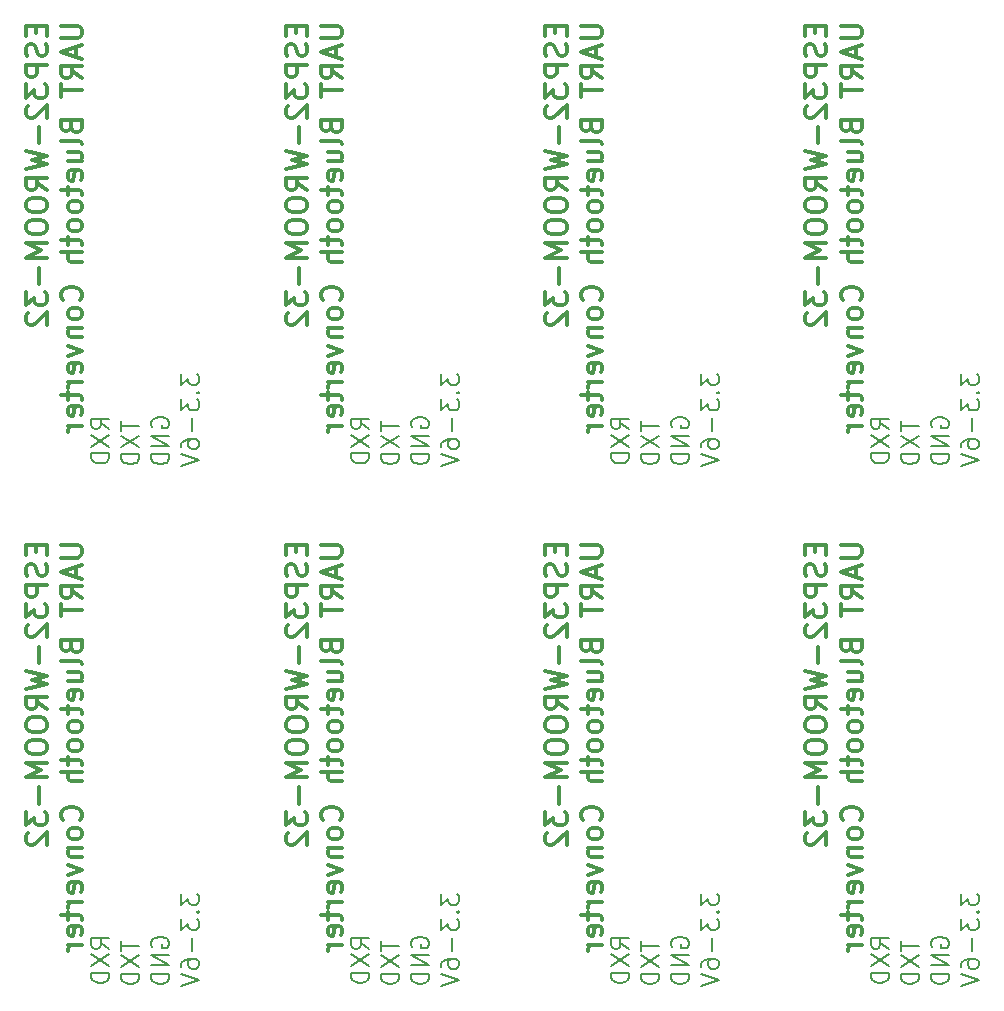
<source format=gbo>
%TF.GenerationSoftware,KiCad,Pcbnew,(5.1.7)-1*%
%TF.CreationDate,2020-10-21T06:22:45+09:00*%
%TF.ProjectId,UARTtoBluetooth_array,55415254-746f-4426-9c75-65746f6f7468,rev?*%
%TF.SameCoordinates,Original*%
%TF.FileFunction,Legend,Bot*%
%TF.FilePolarity,Positive*%
%FSLAX46Y46*%
G04 Gerber Fmt 4.6, Leading zero omitted, Abs format (unit mm)*
G04 Created by KiCad (PCBNEW (5.1.7)-1) date 2020-10-21 06:22:45*
%MOMM*%
%LPD*%
G01*
G04 APERTURE LIST*
%ADD10C,0.300000*%
%ADD11C,0.200000*%
G04 APERTURE END LIST*
D10*
X125775428Y-94859571D02*
X125775428Y-95459571D01*
X126718285Y-95716714D02*
X126718285Y-94859571D01*
X124918285Y-94859571D01*
X124918285Y-95716714D01*
X126632571Y-96402428D02*
X126718285Y-96659571D01*
X126718285Y-97088142D01*
X126632571Y-97259571D01*
X126546857Y-97345285D01*
X126375428Y-97431000D01*
X126204000Y-97431000D01*
X126032571Y-97345285D01*
X125946857Y-97259571D01*
X125861142Y-97088142D01*
X125775428Y-96745285D01*
X125689714Y-96573857D01*
X125604000Y-96488142D01*
X125432571Y-96402428D01*
X125261142Y-96402428D01*
X125089714Y-96488142D01*
X125004000Y-96573857D01*
X124918285Y-96745285D01*
X124918285Y-97173857D01*
X125004000Y-97431000D01*
X126718285Y-98202428D02*
X124918285Y-98202428D01*
X124918285Y-98888142D01*
X125004000Y-99059571D01*
X125089714Y-99145285D01*
X125261142Y-99231000D01*
X125518285Y-99231000D01*
X125689714Y-99145285D01*
X125775428Y-99059571D01*
X125861142Y-98888142D01*
X125861142Y-98202428D01*
X124918285Y-99831000D02*
X124918285Y-100945285D01*
X125604000Y-100345285D01*
X125604000Y-100602428D01*
X125689714Y-100773857D01*
X125775428Y-100859571D01*
X125946857Y-100945285D01*
X126375428Y-100945285D01*
X126546857Y-100859571D01*
X126632571Y-100773857D01*
X126718285Y-100602428D01*
X126718285Y-100088142D01*
X126632571Y-99916714D01*
X126546857Y-99831000D01*
X125089714Y-101631000D02*
X125004000Y-101716714D01*
X124918285Y-101888142D01*
X124918285Y-102316714D01*
X125004000Y-102488142D01*
X125089714Y-102573857D01*
X125261142Y-102659571D01*
X125432571Y-102659571D01*
X125689714Y-102573857D01*
X126718285Y-101545285D01*
X126718285Y-102659571D01*
X126032571Y-103431000D02*
X126032571Y-104802428D01*
X124918285Y-105488142D02*
X126718285Y-105916714D01*
X125432571Y-106259571D01*
X126718285Y-106602428D01*
X124918285Y-107031000D01*
X126718285Y-108745285D02*
X125861142Y-108145285D01*
X126718285Y-107716714D02*
X124918285Y-107716714D01*
X124918285Y-108402428D01*
X125004000Y-108573857D01*
X125089714Y-108659571D01*
X125261142Y-108745285D01*
X125518285Y-108745285D01*
X125689714Y-108659571D01*
X125775428Y-108573857D01*
X125861142Y-108402428D01*
X125861142Y-107716714D01*
X124918285Y-109859571D02*
X124918285Y-110202428D01*
X125004000Y-110373857D01*
X125175428Y-110545285D01*
X125518285Y-110630999D01*
X126118285Y-110630999D01*
X126461142Y-110545285D01*
X126632571Y-110373857D01*
X126718285Y-110202428D01*
X126718285Y-109859571D01*
X126632571Y-109688142D01*
X126461142Y-109516714D01*
X126118285Y-109431000D01*
X125518285Y-109431000D01*
X125175428Y-109516714D01*
X125004000Y-109688142D01*
X124918285Y-109859571D01*
X124918285Y-111745285D02*
X124918285Y-112088142D01*
X125004000Y-112259571D01*
X125175428Y-112430999D01*
X125518285Y-112516714D01*
X126118285Y-112516714D01*
X126461142Y-112430999D01*
X126632571Y-112259571D01*
X126718285Y-112088142D01*
X126718285Y-111745285D01*
X126632571Y-111573857D01*
X126461142Y-111402428D01*
X126118285Y-111316714D01*
X125518285Y-111316714D01*
X125175428Y-111402428D01*
X125004000Y-111573857D01*
X124918285Y-111745285D01*
X126718285Y-113288142D02*
X124918285Y-113288142D01*
X126204000Y-113888142D01*
X124918285Y-114488142D01*
X126718285Y-114488142D01*
X126032571Y-115345285D02*
X126032571Y-116716714D01*
X124918285Y-117402428D02*
X124918285Y-118516714D01*
X125604000Y-117916714D01*
X125604000Y-118173857D01*
X125689714Y-118345285D01*
X125775428Y-118430999D01*
X125946857Y-118516714D01*
X126375428Y-118516714D01*
X126546857Y-118430999D01*
X126632571Y-118345285D01*
X126718285Y-118173857D01*
X126718285Y-117659571D01*
X126632571Y-117488142D01*
X126546857Y-117402428D01*
X125089714Y-119202428D02*
X125004000Y-119288142D01*
X124918285Y-119459571D01*
X124918285Y-119888142D01*
X125004000Y-120059571D01*
X125089714Y-120145285D01*
X125261142Y-120230999D01*
X125432571Y-120230999D01*
X125689714Y-120145285D01*
X126718285Y-119116714D01*
X126718285Y-120230999D01*
X127918285Y-94859571D02*
X129375428Y-94859571D01*
X129546857Y-94945285D01*
X129632571Y-95031000D01*
X129718285Y-95202428D01*
X129718285Y-95545285D01*
X129632571Y-95716714D01*
X129546857Y-95802428D01*
X129375428Y-95888142D01*
X127918285Y-95888142D01*
X129204000Y-96659571D02*
X129204000Y-97516714D01*
X129718285Y-96488142D02*
X127918285Y-97088142D01*
X129718285Y-97688142D01*
X129718285Y-99316714D02*
X128861142Y-98716714D01*
X129718285Y-98288142D02*
X127918285Y-98288142D01*
X127918285Y-98973857D01*
X128004000Y-99145285D01*
X128089714Y-99231000D01*
X128261142Y-99316714D01*
X128518285Y-99316714D01*
X128689714Y-99231000D01*
X128775428Y-99145285D01*
X128861142Y-98973857D01*
X128861142Y-98288142D01*
X127918285Y-99831000D02*
X127918285Y-100859571D01*
X129718285Y-100345285D02*
X127918285Y-100345285D01*
X128775428Y-103431000D02*
X128861142Y-103688142D01*
X128946857Y-103773857D01*
X129118285Y-103859571D01*
X129375428Y-103859571D01*
X129546857Y-103773857D01*
X129632571Y-103688142D01*
X129718285Y-103516714D01*
X129718285Y-102831000D01*
X127918285Y-102831000D01*
X127918285Y-103431000D01*
X128004000Y-103602428D01*
X128089714Y-103688142D01*
X128261142Y-103773857D01*
X128432571Y-103773857D01*
X128604000Y-103688142D01*
X128689714Y-103602428D01*
X128775428Y-103431000D01*
X128775428Y-102831000D01*
X129718285Y-104888142D02*
X129632571Y-104716714D01*
X129461142Y-104631000D01*
X127918285Y-104631000D01*
X128518285Y-106345285D02*
X129718285Y-106345285D01*
X128518285Y-105573857D02*
X129461142Y-105573857D01*
X129632571Y-105659571D01*
X129718285Y-105831000D01*
X129718285Y-106088142D01*
X129632571Y-106259571D01*
X129546857Y-106345285D01*
X129632571Y-107888142D02*
X129718285Y-107716714D01*
X129718285Y-107373857D01*
X129632571Y-107202428D01*
X129461142Y-107116714D01*
X128775428Y-107116714D01*
X128604000Y-107202428D01*
X128518285Y-107373857D01*
X128518285Y-107716714D01*
X128604000Y-107888142D01*
X128775428Y-107973857D01*
X128946857Y-107973857D01*
X129118285Y-107116714D01*
X128518285Y-108488142D02*
X128518285Y-109173857D01*
X127918285Y-108745285D02*
X129461142Y-108745285D01*
X129632571Y-108831000D01*
X129718285Y-109002428D01*
X129718285Y-109173857D01*
X129718285Y-110031000D02*
X129632571Y-109859571D01*
X129546857Y-109773857D01*
X129375428Y-109688142D01*
X128861142Y-109688142D01*
X128689714Y-109773857D01*
X128604000Y-109859571D01*
X128518285Y-110031000D01*
X128518285Y-110288142D01*
X128604000Y-110459571D01*
X128689714Y-110545285D01*
X128861142Y-110631000D01*
X129375428Y-110631000D01*
X129546857Y-110545285D01*
X129632571Y-110459571D01*
X129718285Y-110288142D01*
X129718285Y-110031000D01*
X129718285Y-111659571D02*
X129632571Y-111488142D01*
X129546857Y-111402428D01*
X129375428Y-111316714D01*
X128861142Y-111316714D01*
X128689714Y-111402428D01*
X128604000Y-111488142D01*
X128518285Y-111659571D01*
X128518285Y-111916714D01*
X128604000Y-112088142D01*
X128689714Y-112173857D01*
X128861142Y-112259571D01*
X129375428Y-112259571D01*
X129546857Y-112173857D01*
X129632571Y-112088142D01*
X129718285Y-111916714D01*
X129718285Y-111659571D01*
X128518285Y-112773857D02*
X128518285Y-113459571D01*
X127918285Y-113031000D02*
X129461142Y-113031000D01*
X129632571Y-113116714D01*
X129718285Y-113288142D01*
X129718285Y-113459571D01*
X129718285Y-114059571D02*
X127918285Y-114059571D01*
X129718285Y-114831000D02*
X128775428Y-114831000D01*
X128604000Y-114745285D01*
X128518285Y-114573857D01*
X128518285Y-114316714D01*
X128604000Y-114145285D01*
X128689714Y-114059571D01*
X129546857Y-118088142D02*
X129632571Y-118002428D01*
X129718285Y-117745285D01*
X129718285Y-117573857D01*
X129632571Y-117316714D01*
X129461142Y-117145285D01*
X129289714Y-117059571D01*
X128946857Y-116973857D01*
X128689714Y-116973857D01*
X128346857Y-117059571D01*
X128175428Y-117145285D01*
X128004000Y-117316714D01*
X127918285Y-117573857D01*
X127918285Y-117745285D01*
X128004000Y-118002428D01*
X128089714Y-118088142D01*
X129718285Y-119116714D02*
X129632571Y-118945285D01*
X129546857Y-118859571D01*
X129375428Y-118773857D01*
X128861142Y-118773857D01*
X128689714Y-118859571D01*
X128604000Y-118945285D01*
X128518285Y-119116714D01*
X128518285Y-119373857D01*
X128604000Y-119545285D01*
X128689714Y-119631000D01*
X128861142Y-119716714D01*
X129375428Y-119716714D01*
X129546857Y-119631000D01*
X129632571Y-119545285D01*
X129718285Y-119373857D01*
X129718285Y-119116714D01*
X128518285Y-120488142D02*
X129718285Y-120488142D01*
X128689714Y-120488142D02*
X128604000Y-120573857D01*
X128518285Y-120745285D01*
X128518285Y-121002428D01*
X128604000Y-121173857D01*
X128775428Y-121259571D01*
X129718285Y-121259571D01*
X128518285Y-121945285D02*
X129718285Y-122373857D01*
X128518285Y-122802428D01*
X129632571Y-124173857D02*
X129718285Y-124002428D01*
X129718285Y-123659571D01*
X129632571Y-123488142D01*
X129461142Y-123402428D01*
X128775428Y-123402428D01*
X128604000Y-123488142D01*
X128518285Y-123659571D01*
X128518285Y-124002428D01*
X128604000Y-124173857D01*
X128775428Y-124259571D01*
X128946857Y-124259571D01*
X129118285Y-123402428D01*
X129718285Y-125031000D02*
X128518285Y-125031000D01*
X128861142Y-125031000D02*
X128689714Y-125116714D01*
X128604000Y-125202428D01*
X128518285Y-125373857D01*
X128518285Y-125545285D01*
X128518285Y-125888142D02*
X128518285Y-126573857D01*
X127918285Y-126145285D02*
X129461142Y-126145285D01*
X129632571Y-126231000D01*
X129718285Y-126402428D01*
X129718285Y-126573857D01*
X129632571Y-127859571D02*
X129718285Y-127688142D01*
X129718285Y-127345285D01*
X129632571Y-127173857D01*
X129461142Y-127088142D01*
X128775428Y-127088142D01*
X128604000Y-127173857D01*
X128518285Y-127345285D01*
X128518285Y-127688142D01*
X128604000Y-127859571D01*
X128775428Y-127945285D01*
X128946857Y-127945285D01*
X129118285Y-127088142D01*
X129718285Y-128716714D02*
X128518285Y-128716714D01*
X128861142Y-128716714D02*
X128689714Y-128802428D01*
X128604000Y-128888142D01*
X128518285Y-129059571D01*
X128518285Y-129231000D01*
D11*
X175988571Y-128994000D02*
X175274285Y-128494000D01*
X175988571Y-128136857D02*
X174488571Y-128136857D01*
X174488571Y-128708285D01*
X174560000Y-128851142D01*
X174631428Y-128922571D01*
X174774285Y-128994000D01*
X174988571Y-128994000D01*
X175131428Y-128922571D01*
X175202857Y-128851142D01*
X175274285Y-128708285D01*
X175274285Y-128136857D01*
X174488571Y-129494000D02*
X175988571Y-130494000D01*
X174488571Y-130494000D02*
X175988571Y-129494000D01*
X175988571Y-131065428D02*
X174488571Y-131065428D01*
X174488571Y-131422571D01*
X174560000Y-131636857D01*
X174702857Y-131779714D01*
X174845714Y-131851142D01*
X175131428Y-131922571D01*
X175345714Y-131922571D01*
X175631428Y-131851142D01*
X175774285Y-131779714D01*
X175917142Y-131636857D01*
X175988571Y-131422571D01*
X175988571Y-131065428D01*
X153988571Y-128994000D02*
X153274285Y-128494000D01*
X153988571Y-128136857D02*
X152488571Y-128136857D01*
X152488571Y-128708285D01*
X152560000Y-128851142D01*
X152631428Y-128922571D01*
X152774285Y-128994000D01*
X152988571Y-128994000D01*
X153131428Y-128922571D01*
X153202857Y-128851142D01*
X153274285Y-128708285D01*
X153274285Y-128136857D01*
X152488571Y-129494000D02*
X153988571Y-130494000D01*
X152488571Y-130494000D02*
X153988571Y-129494000D01*
X153988571Y-131065428D02*
X152488571Y-131065428D01*
X152488571Y-131422571D01*
X152560000Y-131636857D01*
X152702857Y-131779714D01*
X152845714Y-131851142D01*
X153131428Y-131922571D01*
X153345714Y-131922571D01*
X153631428Y-131851142D01*
X153774285Y-131779714D01*
X153917142Y-131636857D01*
X153988571Y-131422571D01*
X153988571Y-131065428D01*
X131988571Y-128994000D02*
X131274285Y-128494000D01*
X131988571Y-128136857D02*
X130488571Y-128136857D01*
X130488571Y-128708285D01*
X130560000Y-128851142D01*
X130631428Y-128922571D01*
X130774285Y-128994000D01*
X130988571Y-128994000D01*
X131131428Y-128922571D01*
X131202857Y-128851142D01*
X131274285Y-128708285D01*
X131274285Y-128136857D01*
X130488571Y-129494000D02*
X131988571Y-130494000D01*
X130488571Y-130494000D02*
X131988571Y-129494000D01*
X131988571Y-131065428D02*
X130488571Y-131065428D01*
X130488571Y-131422571D01*
X130560000Y-131636857D01*
X130702857Y-131779714D01*
X130845714Y-131851142D01*
X131131428Y-131922571D01*
X131345714Y-131922571D01*
X131631428Y-131851142D01*
X131774285Y-131779714D01*
X131917142Y-131636857D01*
X131988571Y-131422571D01*
X131988571Y-131065428D01*
X109988571Y-128994000D02*
X109274285Y-128494000D01*
X109988571Y-128136857D02*
X108488571Y-128136857D01*
X108488571Y-128708285D01*
X108560000Y-128851142D01*
X108631428Y-128922571D01*
X108774285Y-128994000D01*
X108988571Y-128994000D01*
X109131428Y-128922571D01*
X109202857Y-128851142D01*
X109274285Y-128708285D01*
X109274285Y-128136857D01*
X108488571Y-129494000D02*
X109988571Y-130494000D01*
X108488571Y-130494000D02*
X109988571Y-129494000D01*
X109988571Y-131065428D02*
X108488571Y-131065428D01*
X108488571Y-131422571D01*
X108560000Y-131636857D01*
X108702857Y-131779714D01*
X108845714Y-131851142D01*
X109131428Y-131922571D01*
X109345714Y-131922571D01*
X109631428Y-131851142D01*
X109774285Y-131779714D01*
X109917142Y-131636857D01*
X109988571Y-131422571D01*
X109988571Y-131065428D01*
X175988571Y-84994000D02*
X175274285Y-84494000D01*
X175988571Y-84136857D02*
X174488571Y-84136857D01*
X174488571Y-84708285D01*
X174560000Y-84851142D01*
X174631428Y-84922571D01*
X174774285Y-84994000D01*
X174988571Y-84994000D01*
X175131428Y-84922571D01*
X175202857Y-84851142D01*
X175274285Y-84708285D01*
X175274285Y-84136857D01*
X174488571Y-85494000D02*
X175988571Y-86494000D01*
X174488571Y-86494000D02*
X175988571Y-85494000D01*
X175988571Y-87065428D02*
X174488571Y-87065428D01*
X174488571Y-87422571D01*
X174560000Y-87636857D01*
X174702857Y-87779714D01*
X174845714Y-87851142D01*
X175131428Y-87922571D01*
X175345714Y-87922571D01*
X175631428Y-87851142D01*
X175774285Y-87779714D01*
X175917142Y-87636857D01*
X175988571Y-87422571D01*
X175988571Y-87065428D01*
X153988571Y-84994000D02*
X153274285Y-84494000D01*
X153988571Y-84136857D02*
X152488571Y-84136857D01*
X152488571Y-84708285D01*
X152560000Y-84851142D01*
X152631428Y-84922571D01*
X152774285Y-84994000D01*
X152988571Y-84994000D01*
X153131428Y-84922571D01*
X153202857Y-84851142D01*
X153274285Y-84708285D01*
X153274285Y-84136857D01*
X152488571Y-85494000D02*
X153988571Y-86494000D01*
X152488571Y-86494000D02*
X153988571Y-85494000D01*
X153988571Y-87065428D02*
X152488571Y-87065428D01*
X152488571Y-87422571D01*
X152560000Y-87636857D01*
X152702857Y-87779714D01*
X152845714Y-87851142D01*
X153131428Y-87922571D01*
X153345714Y-87922571D01*
X153631428Y-87851142D01*
X153774285Y-87779714D01*
X153917142Y-87636857D01*
X153988571Y-87422571D01*
X153988571Y-87065428D01*
X131988571Y-84994000D02*
X131274285Y-84494000D01*
X131988571Y-84136857D02*
X130488571Y-84136857D01*
X130488571Y-84708285D01*
X130560000Y-84851142D01*
X130631428Y-84922571D01*
X130774285Y-84994000D01*
X130988571Y-84994000D01*
X131131428Y-84922571D01*
X131202857Y-84851142D01*
X131274285Y-84708285D01*
X131274285Y-84136857D01*
X130488571Y-85494000D02*
X131988571Y-86494000D01*
X130488571Y-86494000D02*
X131988571Y-85494000D01*
X131988571Y-87065428D02*
X130488571Y-87065428D01*
X130488571Y-87422571D01*
X130560000Y-87636857D01*
X130702857Y-87779714D01*
X130845714Y-87851142D01*
X131131428Y-87922571D01*
X131345714Y-87922571D01*
X131631428Y-87851142D01*
X131774285Y-87779714D01*
X131917142Y-87636857D01*
X131988571Y-87422571D01*
X131988571Y-87065428D01*
X182108571Y-124358857D02*
X182108571Y-125287428D01*
X182680000Y-124787428D01*
X182680000Y-125001714D01*
X182751428Y-125144571D01*
X182822857Y-125216000D01*
X182965714Y-125287428D01*
X183322857Y-125287428D01*
X183465714Y-125216000D01*
X183537142Y-125144571D01*
X183608571Y-125001714D01*
X183608571Y-124573142D01*
X183537142Y-124430285D01*
X183465714Y-124358857D01*
X183465714Y-125930285D02*
X183537142Y-126001714D01*
X183608571Y-125930285D01*
X183537142Y-125858857D01*
X183465714Y-125930285D01*
X183608571Y-125930285D01*
X182108571Y-126501714D02*
X182108571Y-127430285D01*
X182680000Y-126930285D01*
X182680000Y-127144571D01*
X182751428Y-127287428D01*
X182822857Y-127358857D01*
X182965714Y-127430285D01*
X183322857Y-127430285D01*
X183465714Y-127358857D01*
X183537142Y-127287428D01*
X183608571Y-127144571D01*
X183608571Y-126716000D01*
X183537142Y-126573142D01*
X183465714Y-126501714D01*
X183037142Y-128073142D02*
X183037142Y-129216000D01*
X182108571Y-130573142D02*
X182108571Y-130287428D01*
X182180000Y-130144571D01*
X182251428Y-130073142D01*
X182465714Y-129930285D01*
X182751428Y-129858857D01*
X183322857Y-129858857D01*
X183465714Y-129930285D01*
X183537142Y-130001714D01*
X183608571Y-130144571D01*
X183608571Y-130430285D01*
X183537142Y-130573142D01*
X183465714Y-130644571D01*
X183322857Y-130716000D01*
X182965714Y-130716000D01*
X182822857Y-130644571D01*
X182751428Y-130573142D01*
X182680000Y-130430285D01*
X182680000Y-130144571D01*
X182751428Y-130001714D01*
X182822857Y-129930285D01*
X182965714Y-129858857D01*
X182108571Y-131144571D02*
X183608571Y-131644571D01*
X182108571Y-132144571D01*
X160108571Y-124358857D02*
X160108571Y-125287428D01*
X160680000Y-124787428D01*
X160680000Y-125001714D01*
X160751428Y-125144571D01*
X160822857Y-125216000D01*
X160965714Y-125287428D01*
X161322857Y-125287428D01*
X161465714Y-125216000D01*
X161537142Y-125144571D01*
X161608571Y-125001714D01*
X161608571Y-124573142D01*
X161537142Y-124430285D01*
X161465714Y-124358857D01*
X161465714Y-125930285D02*
X161537142Y-126001714D01*
X161608571Y-125930285D01*
X161537142Y-125858857D01*
X161465714Y-125930285D01*
X161608571Y-125930285D01*
X160108571Y-126501714D02*
X160108571Y-127430285D01*
X160680000Y-126930285D01*
X160680000Y-127144571D01*
X160751428Y-127287428D01*
X160822857Y-127358857D01*
X160965714Y-127430285D01*
X161322857Y-127430285D01*
X161465714Y-127358857D01*
X161537142Y-127287428D01*
X161608571Y-127144571D01*
X161608571Y-126716000D01*
X161537142Y-126573142D01*
X161465714Y-126501714D01*
X161037142Y-128073142D02*
X161037142Y-129216000D01*
X160108571Y-130573142D02*
X160108571Y-130287428D01*
X160180000Y-130144571D01*
X160251428Y-130073142D01*
X160465714Y-129930285D01*
X160751428Y-129858857D01*
X161322857Y-129858857D01*
X161465714Y-129930285D01*
X161537142Y-130001714D01*
X161608571Y-130144571D01*
X161608571Y-130430285D01*
X161537142Y-130573142D01*
X161465714Y-130644571D01*
X161322857Y-130716000D01*
X160965714Y-130716000D01*
X160822857Y-130644571D01*
X160751428Y-130573142D01*
X160680000Y-130430285D01*
X160680000Y-130144571D01*
X160751428Y-130001714D01*
X160822857Y-129930285D01*
X160965714Y-129858857D01*
X160108571Y-131144571D02*
X161608571Y-131644571D01*
X160108571Y-132144571D01*
X138108571Y-124358857D02*
X138108571Y-125287428D01*
X138680000Y-124787428D01*
X138680000Y-125001714D01*
X138751428Y-125144571D01*
X138822857Y-125216000D01*
X138965714Y-125287428D01*
X139322857Y-125287428D01*
X139465714Y-125216000D01*
X139537142Y-125144571D01*
X139608571Y-125001714D01*
X139608571Y-124573142D01*
X139537142Y-124430285D01*
X139465714Y-124358857D01*
X139465714Y-125930285D02*
X139537142Y-126001714D01*
X139608571Y-125930285D01*
X139537142Y-125858857D01*
X139465714Y-125930285D01*
X139608571Y-125930285D01*
X138108571Y-126501714D02*
X138108571Y-127430285D01*
X138680000Y-126930285D01*
X138680000Y-127144571D01*
X138751428Y-127287428D01*
X138822857Y-127358857D01*
X138965714Y-127430285D01*
X139322857Y-127430285D01*
X139465714Y-127358857D01*
X139537142Y-127287428D01*
X139608571Y-127144571D01*
X139608571Y-126716000D01*
X139537142Y-126573142D01*
X139465714Y-126501714D01*
X139037142Y-128073142D02*
X139037142Y-129216000D01*
X138108571Y-130573142D02*
X138108571Y-130287428D01*
X138180000Y-130144571D01*
X138251428Y-130073142D01*
X138465714Y-129930285D01*
X138751428Y-129858857D01*
X139322857Y-129858857D01*
X139465714Y-129930285D01*
X139537142Y-130001714D01*
X139608571Y-130144571D01*
X139608571Y-130430285D01*
X139537142Y-130573142D01*
X139465714Y-130644571D01*
X139322857Y-130716000D01*
X138965714Y-130716000D01*
X138822857Y-130644571D01*
X138751428Y-130573142D01*
X138680000Y-130430285D01*
X138680000Y-130144571D01*
X138751428Y-130001714D01*
X138822857Y-129930285D01*
X138965714Y-129858857D01*
X138108571Y-131144571D02*
X139608571Y-131644571D01*
X138108571Y-132144571D01*
X116108571Y-124358857D02*
X116108571Y-125287428D01*
X116680000Y-124787428D01*
X116680000Y-125001714D01*
X116751428Y-125144571D01*
X116822857Y-125216000D01*
X116965714Y-125287428D01*
X117322857Y-125287428D01*
X117465714Y-125216000D01*
X117537142Y-125144571D01*
X117608571Y-125001714D01*
X117608571Y-124573142D01*
X117537142Y-124430285D01*
X117465714Y-124358857D01*
X117465714Y-125930285D02*
X117537142Y-126001714D01*
X117608571Y-125930285D01*
X117537142Y-125858857D01*
X117465714Y-125930285D01*
X117608571Y-125930285D01*
X116108571Y-126501714D02*
X116108571Y-127430285D01*
X116680000Y-126930285D01*
X116680000Y-127144571D01*
X116751428Y-127287428D01*
X116822857Y-127358857D01*
X116965714Y-127430285D01*
X117322857Y-127430285D01*
X117465714Y-127358857D01*
X117537142Y-127287428D01*
X117608571Y-127144571D01*
X117608571Y-126716000D01*
X117537142Y-126573142D01*
X117465714Y-126501714D01*
X117037142Y-128073142D02*
X117037142Y-129216000D01*
X116108571Y-130573142D02*
X116108571Y-130287428D01*
X116180000Y-130144571D01*
X116251428Y-130073142D01*
X116465714Y-129930285D01*
X116751428Y-129858857D01*
X117322857Y-129858857D01*
X117465714Y-129930285D01*
X117537142Y-130001714D01*
X117608571Y-130144571D01*
X117608571Y-130430285D01*
X117537142Y-130573142D01*
X117465714Y-130644571D01*
X117322857Y-130716000D01*
X116965714Y-130716000D01*
X116822857Y-130644571D01*
X116751428Y-130573142D01*
X116680000Y-130430285D01*
X116680000Y-130144571D01*
X116751428Y-130001714D01*
X116822857Y-129930285D01*
X116965714Y-129858857D01*
X116108571Y-131144571D02*
X117608571Y-131644571D01*
X116108571Y-132144571D01*
X182108571Y-80358857D02*
X182108571Y-81287428D01*
X182680000Y-80787428D01*
X182680000Y-81001714D01*
X182751428Y-81144571D01*
X182822857Y-81216000D01*
X182965714Y-81287428D01*
X183322857Y-81287428D01*
X183465714Y-81216000D01*
X183537142Y-81144571D01*
X183608571Y-81001714D01*
X183608571Y-80573142D01*
X183537142Y-80430285D01*
X183465714Y-80358857D01*
X183465714Y-81930285D02*
X183537142Y-82001714D01*
X183608571Y-81930285D01*
X183537142Y-81858857D01*
X183465714Y-81930285D01*
X183608571Y-81930285D01*
X182108571Y-82501714D02*
X182108571Y-83430285D01*
X182680000Y-82930285D01*
X182680000Y-83144571D01*
X182751428Y-83287428D01*
X182822857Y-83358857D01*
X182965714Y-83430285D01*
X183322857Y-83430285D01*
X183465714Y-83358857D01*
X183537142Y-83287428D01*
X183608571Y-83144571D01*
X183608571Y-82716000D01*
X183537142Y-82573142D01*
X183465714Y-82501714D01*
X183037142Y-84073142D02*
X183037142Y-85216000D01*
X182108571Y-86573142D02*
X182108571Y-86287428D01*
X182180000Y-86144571D01*
X182251428Y-86073142D01*
X182465714Y-85930285D01*
X182751428Y-85858857D01*
X183322857Y-85858857D01*
X183465714Y-85930285D01*
X183537142Y-86001714D01*
X183608571Y-86144571D01*
X183608571Y-86430285D01*
X183537142Y-86573142D01*
X183465714Y-86644571D01*
X183322857Y-86716000D01*
X182965714Y-86716000D01*
X182822857Y-86644571D01*
X182751428Y-86573142D01*
X182680000Y-86430285D01*
X182680000Y-86144571D01*
X182751428Y-86001714D01*
X182822857Y-85930285D01*
X182965714Y-85858857D01*
X182108571Y-87144571D02*
X183608571Y-87644571D01*
X182108571Y-88144571D01*
X160108571Y-80358857D02*
X160108571Y-81287428D01*
X160680000Y-80787428D01*
X160680000Y-81001714D01*
X160751428Y-81144571D01*
X160822857Y-81216000D01*
X160965714Y-81287428D01*
X161322857Y-81287428D01*
X161465714Y-81216000D01*
X161537142Y-81144571D01*
X161608571Y-81001714D01*
X161608571Y-80573142D01*
X161537142Y-80430285D01*
X161465714Y-80358857D01*
X161465714Y-81930285D02*
X161537142Y-82001714D01*
X161608571Y-81930285D01*
X161537142Y-81858857D01*
X161465714Y-81930285D01*
X161608571Y-81930285D01*
X160108571Y-82501714D02*
X160108571Y-83430285D01*
X160680000Y-82930285D01*
X160680000Y-83144571D01*
X160751428Y-83287428D01*
X160822857Y-83358857D01*
X160965714Y-83430285D01*
X161322857Y-83430285D01*
X161465714Y-83358857D01*
X161537142Y-83287428D01*
X161608571Y-83144571D01*
X161608571Y-82716000D01*
X161537142Y-82573142D01*
X161465714Y-82501714D01*
X161037142Y-84073142D02*
X161037142Y-85216000D01*
X160108571Y-86573142D02*
X160108571Y-86287428D01*
X160180000Y-86144571D01*
X160251428Y-86073142D01*
X160465714Y-85930285D01*
X160751428Y-85858857D01*
X161322857Y-85858857D01*
X161465714Y-85930285D01*
X161537142Y-86001714D01*
X161608571Y-86144571D01*
X161608571Y-86430285D01*
X161537142Y-86573142D01*
X161465714Y-86644571D01*
X161322857Y-86716000D01*
X160965714Y-86716000D01*
X160822857Y-86644571D01*
X160751428Y-86573142D01*
X160680000Y-86430285D01*
X160680000Y-86144571D01*
X160751428Y-86001714D01*
X160822857Y-85930285D01*
X160965714Y-85858857D01*
X160108571Y-87144571D02*
X161608571Y-87644571D01*
X160108571Y-88144571D01*
X138108571Y-80358857D02*
X138108571Y-81287428D01*
X138680000Y-80787428D01*
X138680000Y-81001714D01*
X138751428Y-81144571D01*
X138822857Y-81216000D01*
X138965714Y-81287428D01*
X139322857Y-81287428D01*
X139465714Y-81216000D01*
X139537142Y-81144571D01*
X139608571Y-81001714D01*
X139608571Y-80573142D01*
X139537142Y-80430285D01*
X139465714Y-80358857D01*
X139465714Y-81930285D02*
X139537142Y-82001714D01*
X139608571Y-81930285D01*
X139537142Y-81858857D01*
X139465714Y-81930285D01*
X139608571Y-81930285D01*
X138108571Y-82501714D02*
X138108571Y-83430285D01*
X138680000Y-82930285D01*
X138680000Y-83144571D01*
X138751428Y-83287428D01*
X138822857Y-83358857D01*
X138965714Y-83430285D01*
X139322857Y-83430285D01*
X139465714Y-83358857D01*
X139537142Y-83287428D01*
X139608571Y-83144571D01*
X139608571Y-82716000D01*
X139537142Y-82573142D01*
X139465714Y-82501714D01*
X139037142Y-84073142D02*
X139037142Y-85216000D01*
X138108571Y-86573142D02*
X138108571Y-86287428D01*
X138180000Y-86144571D01*
X138251428Y-86073142D01*
X138465714Y-85930285D01*
X138751428Y-85858857D01*
X139322857Y-85858857D01*
X139465714Y-85930285D01*
X139537142Y-86001714D01*
X139608571Y-86144571D01*
X139608571Y-86430285D01*
X139537142Y-86573142D01*
X139465714Y-86644571D01*
X139322857Y-86716000D01*
X138965714Y-86716000D01*
X138822857Y-86644571D01*
X138751428Y-86573142D01*
X138680000Y-86430285D01*
X138680000Y-86144571D01*
X138751428Y-86001714D01*
X138822857Y-85930285D01*
X138965714Y-85858857D01*
X138108571Y-87144571D02*
X139608571Y-87644571D01*
X138108571Y-88144571D01*
X179640000Y-128851142D02*
X179568571Y-128708285D01*
X179568571Y-128494000D01*
X179640000Y-128279714D01*
X179782857Y-128136857D01*
X179925714Y-128065428D01*
X180211428Y-127994000D01*
X180425714Y-127994000D01*
X180711428Y-128065428D01*
X180854285Y-128136857D01*
X180997142Y-128279714D01*
X181068571Y-128494000D01*
X181068571Y-128636857D01*
X180997142Y-128851142D01*
X180925714Y-128922571D01*
X180425714Y-128922571D01*
X180425714Y-128636857D01*
X181068571Y-129565428D02*
X179568571Y-129565428D01*
X181068571Y-130422571D01*
X179568571Y-130422571D01*
X181068571Y-131136857D02*
X179568571Y-131136857D01*
X179568571Y-131494000D01*
X179640000Y-131708285D01*
X179782857Y-131851142D01*
X179925714Y-131922571D01*
X180211428Y-131994000D01*
X180425714Y-131994000D01*
X180711428Y-131922571D01*
X180854285Y-131851142D01*
X180997142Y-131708285D01*
X181068571Y-131494000D01*
X181068571Y-131136857D01*
X157640000Y-128851142D02*
X157568571Y-128708285D01*
X157568571Y-128494000D01*
X157640000Y-128279714D01*
X157782857Y-128136857D01*
X157925714Y-128065428D01*
X158211428Y-127994000D01*
X158425714Y-127994000D01*
X158711428Y-128065428D01*
X158854285Y-128136857D01*
X158997142Y-128279714D01*
X159068571Y-128494000D01*
X159068571Y-128636857D01*
X158997142Y-128851142D01*
X158925714Y-128922571D01*
X158425714Y-128922571D01*
X158425714Y-128636857D01*
X159068571Y-129565428D02*
X157568571Y-129565428D01*
X159068571Y-130422571D01*
X157568571Y-130422571D01*
X159068571Y-131136857D02*
X157568571Y-131136857D01*
X157568571Y-131494000D01*
X157640000Y-131708285D01*
X157782857Y-131851142D01*
X157925714Y-131922571D01*
X158211428Y-131994000D01*
X158425714Y-131994000D01*
X158711428Y-131922571D01*
X158854285Y-131851142D01*
X158997142Y-131708285D01*
X159068571Y-131494000D01*
X159068571Y-131136857D01*
X135640000Y-128851142D02*
X135568571Y-128708285D01*
X135568571Y-128494000D01*
X135640000Y-128279714D01*
X135782857Y-128136857D01*
X135925714Y-128065428D01*
X136211428Y-127994000D01*
X136425714Y-127994000D01*
X136711428Y-128065428D01*
X136854285Y-128136857D01*
X136997142Y-128279714D01*
X137068571Y-128494000D01*
X137068571Y-128636857D01*
X136997142Y-128851142D01*
X136925714Y-128922571D01*
X136425714Y-128922571D01*
X136425714Y-128636857D01*
X137068571Y-129565428D02*
X135568571Y-129565428D01*
X137068571Y-130422571D01*
X135568571Y-130422571D01*
X137068571Y-131136857D02*
X135568571Y-131136857D01*
X135568571Y-131494000D01*
X135640000Y-131708285D01*
X135782857Y-131851142D01*
X135925714Y-131922571D01*
X136211428Y-131994000D01*
X136425714Y-131994000D01*
X136711428Y-131922571D01*
X136854285Y-131851142D01*
X136997142Y-131708285D01*
X137068571Y-131494000D01*
X137068571Y-131136857D01*
X113640000Y-128851142D02*
X113568571Y-128708285D01*
X113568571Y-128494000D01*
X113640000Y-128279714D01*
X113782857Y-128136857D01*
X113925714Y-128065428D01*
X114211428Y-127994000D01*
X114425714Y-127994000D01*
X114711428Y-128065428D01*
X114854285Y-128136857D01*
X114997142Y-128279714D01*
X115068571Y-128494000D01*
X115068571Y-128636857D01*
X114997142Y-128851142D01*
X114925714Y-128922571D01*
X114425714Y-128922571D01*
X114425714Y-128636857D01*
X115068571Y-129565428D02*
X113568571Y-129565428D01*
X115068571Y-130422571D01*
X113568571Y-130422571D01*
X115068571Y-131136857D02*
X113568571Y-131136857D01*
X113568571Y-131494000D01*
X113640000Y-131708285D01*
X113782857Y-131851142D01*
X113925714Y-131922571D01*
X114211428Y-131994000D01*
X114425714Y-131994000D01*
X114711428Y-131922571D01*
X114854285Y-131851142D01*
X114997142Y-131708285D01*
X115068571Y-131494000D01*
X115068571Y-131136857D01*
X179640000Y-84851142D02*
X179568571Y-84708285D01*
X179568571Y-84494000D01*
X179640000Y-84279714D01*
X179782857Y-84136857D01*
X179925714Y-84065428D01*
X180211428Y-83994000D01*
X180425714Y-83994000D01*
X180711428Y-84065428D01*
X180854285Y-84136857D01*
X180997142Y-84279714D01*
X181068571Y-84494000D01*
X181068571Y-84636857D01*
X180997142Y-84851142D01*
X180925714Y-84922571D01*
X180425714Y-84922571D01*
X180425714Y-84636857D01*
X181068571Y-85565428D02*
X179568571Y-85565428D01*
X181068571Y-86422571D01*
X179568571Y-86422571D01*
X181068571Y-87136857D02*
X179568571Y-87136857D01*
X179568571Y-87494000D01*
X179640000Y-87708285D01*
X179782857Y-87851142D01*
X179925714Y-87922571D01*
X180211428Y-87994000D01*
X180425714Y-87994000D01*
X180711428Y-87922571D01*
X180854285Y-87851142D01*
X180997142Y-87708285D01*
X181068571Y-87494000D01*
X181068571Y-87136857D01*
X157640000Y-84851142D02*
X157568571Y-84708285D01*
X157568571Y-84494000D01*
X157640000Y-84279714D01*
X157782857Y-84136857D01*
X157925714Y-84065428D01*
X158211428Y-83994000D01*
X158425714Y-83994000D01*
X158711428Y-84065428D01*
X158854285Y-84136857D01*
X158997142Y-84279714D01*
X159068571Y-84494000D01*
X159068571Y-84636857D01*
X158997142Y-84851142D01*
X158925714Y-84922571D01*
X158425714Y-84922571D01*
X158425714Y-84636857D01*
X159068571Y-85565428D02*
X157568571Y-85565428D01*
X159068571Y-86422571D01*
X157568571Y-86422571D01*
X159068571Y-87136857D02*
X157568571Y-87136857D01*
X157568571Y-87494000D01*
X157640000Y-87708285D01*
X157782857Y-87851142D01*
X157925714Y-87922571D01*
X158211428Y-87994000D01*
X158425714Y-87994000D01*
X158711428Y-87922571D01*
X158854285Y-87851142D01*
X158997142Y-87708285D01*
X159068571Y-87494000D01*
X159068571Y-87136857D01*
X135640000Y-84851142D02*
X135568571Y-84708285D01*
X135568571Y-84494000D01*
X135640000Y-84279714D01*
X135782857Y-84136857D01*
X135925714Y-84065428D01*
X136211428Y-83994000D01*
X136425714Y-83994000D01*
X136711428Y-84065428D01*
X136854285Y-84136857D01*
X136997142Y-84279714D01*
X137068571Y-84494000D01*
X137068571Y-84636857D01*
X136997142Y-84851142D01*
X136925714Y-84922571D01*
X136425714Y-84922571D01*
X136425714Y-84636857D01*
X137068571Y-85565428D02*
X135568571Y-85565428D01*
X137068571Y-86422571D01*
X135568571Y-86422571D01*
X137068571Y-87136857D02*
X135568571Y-87136857D01*
X135568571Y-87494000D01*
X135640000Y-87708285D01*
X135782857Y-87851142D01*
X135925714Y-87922571D01*
X136211428Y-87994000D01*
X136425714Y-87994000D01*
X136711428Y-87922571D01*
X136854285Y-87851142D01*
X136997142Y-87708285D01*
X137068571Y-87494000D01*
X137068571Y-87136857D01*
X177028571Y-128355142D02*
X177028571Y-129212285D01*
X178528571Y-128783714D02*
X177028571Y-128783714D01*
X177028571Y-129569428D02*
X178528571Y-130569428D01*
X177028571Y-130569428D02*
X178528571Y-129569428D01*
X178528571Y-131140857D02*
X177028571Y-131140857D01*
X177028571Y-131498000D01*
X177100000Y-131712285D01*
X177242857Y-131855142D01*
X177385714Y-131926571D01*
X177671428Y-131998000D01*
X177885714Y-131998000D01*
X178171428Y-131926571D01*
X178314285Y-131855142D01*
X178457142Y-131712285D01*
X178528571Y-131498000D01*
X178528571Y-131140857D01*
X155028571Y-128355142D02*
X155028571Y-129212285D01*
X156528571Y-128783714D02*
X155028571Y-128783714D01*
X155028571Y-129569428D02*
X156528571Y-130569428D01*
X155028571Y-130569428D02*
X156528571Y-129569428D01*
X156528571Y-131140857D02*
X155028571Y-131140857D01*
X155028571Y-131498000D01*
X155100000Y-131712285D01*
X155242857Y-131855142D01*
X155385714Y-131926571D01*
X155671428Y-131998000D01*
X155885714Y-131998000D01*
X156171428Y-131926571D01*
X156314285Y-131855142D01*
X156457142Y-131712285D01*
X156528571Y-131498000D01*
X156528571Y-131140857D01*
X133028571Y-128355142D02*
X133028571Y-129212285D01*
X134528571Y-128783714D02*
X133028571Y-128783714D01*
X133028571Y-129569428D02*
X134528571Y-130569428D01*
X133028571Y-130569428D02*
X134528571Y-129569428D01*
X134528571Y-131140857D02*
X133028571Y-131140857D01*
X133028571Y-131498000D01*
X133100000Y-131712285D01*
X133242857Y-131855142D01*
X133385714Y-131926571D01*
X133671428Y-131998000D01*
X133885714Y-131998000D01*
X134171428Y-131926571D01*
X134314285Y-131855142D01*
X134457142Y-131712285D01*
X134528571Y-131498000D01*
X134528571Y-131140857D01*
X111028571Y-128355142D02*
X111028571Y-129212285D01*
X112528571Y-128783714D02*
X111028571Y-128783714D01*
X111028571Y-129569428D02*
X112528571Y-130569428D01*
X111028571Y-130569428D02*
X112528571Y-129569428D01*
X112528571Y-131140857D02*
X111028571Y-131140857D01*
X111028571Y-131498000D01*
X111100000Y-131712285D01*
X111242857Y-131855142D01*
X111385714Y-131926571D01*
X111671428Y-131998000D01*
X111885714Y-131998000D01*
X112171428Y-131926571D01*
X112314285Y-131855142D01*
X112457142Y-131712285D01*
X112528571Y-131498000D01*
X112528571Y-131140857D01*
X177028571Y-84355142D02*
X177028571Y-85212285D01*
X178528571Y-84783714D02*
X177028571Y-84783714D01*
X177028571Y-85569428D02*
X178528571Y-86569428D01*
X177028571Y-86569428D02*
X178528571Y-85569428D01*
X178528571Y-87140857D02*
X177028571Y-87140857D01*
X177028571Y-87498000D01*
X177100000Y-87712285D01*
X177242857Y-87855142D01*
X177385714Y-87926571D01*
X177671428Y-87998000D01*
X177885714Y-87998000D01*
X178171428Y-87926571D01*
X178314285Y-87855142D01*
X178457142Y-87712285D01*
X178528571Y-87498000D01*
X178528571Y-87140857D01*
X155028571Y-84355142D02*
X155028571Y-85212285D01*
X156528571Y-84783714D02*
X155028571Y-84783714D01*
X155028571Y-85569428D02*
X156528571Y-86569428D01*
X155028571Y-86569428D02*
X156528571Y-85569428D01*
X156528571Y-87140857D02*
X155028571Y-87140857D01*
X155028571Y-87498000D01*
X155100000Y-87712285D01*
X155242857Y-87855142D01*
X155385714Y-87926571D01*
X155671428Y-87998000D01*
X155885714Y-87998000D01*
X156171428Y-87926571D01*
X156314285Y-87855142D01*
X156457142Y-87712285D01*
X156528571Y-87498000D01*
X156528571Y-87140857D01*
X133028571Y-84355142D02*
X133028571Y-85212285D01*
X134528571Y-84783714D02*
X133028571Y-84783714D01*
X133028571Y-85569428D02*
X134528571Y-86569428D01*
X133028571Y-86569428D02*
X134528571Y-85569428D01*
X134528571Y-87140857D02*
X133028571Y-87140857D01*
X133028571Y-87498000D01*
X133100000Y-87712285D01*
X133242857Y-87855142D01*
X133385714Y-87926571D01*
X133671428Y-87998000D01*
X133885714Y-87998000D01*
X134171428Y-87926571D01*
X134314285Y-87855142D01*
X134457142Y-87712285D01*
X134528571Y-87498000D01*
X134528571Y-87140857D01*
D10*
X169775428Y-94859571D02*
X169775428Y-95459571D01*
X170718285Y-95716714D02*
X170718285Y-94859571D01*
X168918285Y-94859571D01*
X168918285Y-95716714D01*
X170632571Y-96402428D02*
X170718285Y-96659571D01*
X170718285Y-97088142D01*
X170632571Y-97259571D01*
X170546857Y-97345285D01*
X170375428Y-97431000D01*
X170204000Y-97431000D01*
X170032571Y-97345285D01*
X169946857Y-97259571D01*
X169861142Y-97088142D01*
X169775428Y-96745285D01*
X169689714Y-96573857D01*
X169604000Y-96488142D01*
X169432571Y-96402428D01*
X169261142Y-96402428D01*
X169089714Y-96488142D01*
X169004000Y-96573857D01*
X168918285Y-96745285D01*
X168918285Y-97173857D01*
X169004000Y-97431000D01*
X170718285Y-98202428D02*
X168918285Y-98202428D01*
X168918285Y-98888142D01*
X169004000Y-99059571D01*
X169089714Y-99145285D01*
X169261142Y-99231000D01*
X169518285Y-99231000D01*
X169689714Y-99145285D01*
X169775428Y-99059571D01*
X169861142Y-98888142D01*
X169861142Y-98202428D01*
X168918285Y-99831000D02*
X168918285Y-100945285D01*
X169604000Y-100345285D01*
X169604000Y-100602428D01*
X169689714Y-100773857D01*
X169775428Y-100859571D01*
X169946857Y-100945285D01*
X170375428Y-100945285D01*
X170546857Y-100859571D01*
X170632571Y-100773857D01*
X170718285Y-100602428D01*
X170718285Y-100088142D01*
X170632571Y-99916714D01*
X170546857Y-99831000D01*
X169089714Y-101631000D02*
X169004000Y-101716714D01*
X168918285Y-101888142D01*
X168918285Y-102316714D01*
X169004000Y-102488142D01*
X169089714Y-102573857D01*
X169261142Y-102659571D01*
X169432571Y-102659571D01*
X169689714Y-102573857D01*
X170718285Y-101545285D01*
X170718285Y-102659571D01*
X170032571Y-103431000D02*
X170032571Y-104802428D01*
X168918285Y-105488142D02*
X170718285Y-105916714D01*
X169432571Y-106259571D01*
X170718285Y-106602428D01*
X168918285Y-107031000D01*
X170718285Y-108745285D02*
X169861142Y-108145285D01*
X170718285Y-107716714D02*
X168918285Y-107716714D01*
X168918285Y-108402428D01*
X169004000Y-108573857D01*
X169089714Y-108659571D01*
X169261142Y-108745285D01*
X169518285Y-108745285D01*
X169689714Y-108659571D01*
X169775428Y-108573857D01*
X169861142Y-108402428D01*
X169861142Y-107716714D01*
X168918285Y-109859571D02*
X168918285Y-110202428D01*
X169004000Y-110373857D01*
X169175428Y-110545285D01*
X169518285Y-110631000D01*
X170118285Y-110631000D01*
X170461142Y-110545285D01*
X170632571Y-110373857D01*
X170718285Y-110202428D01*
X170718285Y-109859571D01*
X170632571Y-109688142D01*
X170461142Y-109516714D01*
X170118285Y-109431000D01*
X169518285Y-109431000D01*
X169175428Y-109516714D01*
X169004000Y-109688142D01*
X168918285Y-109859571D01*
X168918285Y-111745285D02*
X168918285Y-112088142D01*
X169004000Y-112259571D01*
X169175428Y-112431000D01*
X169518285Y-112516714D01*
X170118285Y-112516714D01*
X170461142Y-112431000D01*
X170632571Y-112259571D01*
X170718285Y-112088142D01*
X170718285Y-111745285D01*
X170632571Y-111573857D01*
X170461142Y-111402428D01*
X170118285Y-111316714D01*
X169518285Y-111316714D01*
X169175428Y-111402428D01*
X169004000Y-111573857D01*
X168918285Y-111745285D01*
X170718285Y-113288142D02*
X168918285Y-113288142D01*
X170204000Y-113888142D01*
X168918285Y-114488142D01*
X170718285Y-114488142D01*
X170032571Y-115345285D02*
X170032571Y-116716714D01*
X168918285Y-117402428D02*
X168918285Y-118516714D01*
X169604000Y-117916714D01*
X169604000Y-118173857D01*
X169689714Y-118345285D01*
X169775428Y-118431000D01*
X169946857Y-118516714D01*
X170375428Y-118516714D01*
X170546857Y-118431000D01*
X170632571Y-118345285D01*
X170718285Y-118173857D01*
X170718285Y-117659571D01*
X170632571Y-117488142D01*
X170546857Y-117402428D01*
X169089714Y-119202428D02*
X169004000Y-119288142D01*
X168918285Y-119459571D01*
X168918285Y-119888142D01*
X169004000Y-120059571D01*
X169089714Y-120145285D01*
X169261142Y-120231000D01*
X169432571Y-120231000D01*
X169689714Y-120145285D01*
X170718285Y-119116714D01*
X170718285Y-120231000D01*
X171918285Y-94859571D02*
X173375428Y-94859571D01*
X173546857Y-94945285D01*
X173632571Y-95031000D01*
X173718285Y-95202428D01*
X173718285Y-95545285D01*
X173632571Y-95716714D01*
X173546857Y-95802428D01*
X173375428Y-95888142D01*
X171918285Y-95888142D01*
X173204000Y-96659571D02*
X173204000Y-97516714D01*
X173718285Y-96488142D02*
X171918285Y-97088142D01*
X173718285Y-97688142D01*
X173718285Y-99316714D02*
X172861142Y-98716714D01*
X173718285Y-98288142D02*
X171918285Y-98288142D01*
X171918285Y-98973857D01*
X172004000Y-99145285D01*
X172089714Y-99231000D01*
X172261142Y-99316714D01*
X172518285Y-99316714D01*
X172689714Y-99231000D01*
X172775428Y-99145285D01*
X172861142Y-98973857D01*
X172861142Y-98288142D01*
X171918285Y-99831000D02*
X171918285Y-100859571D01*
X173718285Y-100345285D02*
X171918285Y-100345285D01*
X172775428Y-103431000D02*
X172861142Y-103688142D01*
X172946857Y-103773857D01*
X173118285Y-103859571D01*
X173375428Y-103859571D01*
X173546857Y-103773857D01*
X173632571Y-103688142D01*
X173718285Y-103516714D01*
X173718285Y-102831000D01*
X171918285Y-102831000D01*
X171918285Y-103431000D01*
X172004000Y-103602428D01*
X172089714Y-103688142D01*
X172261142Y-103773857D01*
X172432571Y-103773857D01*
X172604000Y-103688142D01*
X172689714Y-103602428D01*
X172775428Y-103431000D01*
X172775428Y-102831000D01*
X173718285Y-104888142D02*
X173632571Y-104716714D01*
X173461142Y-104631000D01*
X171918285Y-104631000D01*
X172518285Y-106345285D02*
X173718285Y-106345285D01*
X172518285Y-105573857D02*
X173461142Y-105573857D01*
X173632571Y-105659571D01*
X173718285Y-105831000D01*
X173718285Y-106088142D01*
X173632571Y-106259571D01*
X173546857Y-106345285D01*
X173632571Y-107888142D02*
X173718285Y-107716714D01*
X173718285Y-107373857D01*
X173632571Y-107202428D01*
X173461142Y-107116714D01*
X172775428Y-107116714D01*
X172604000Y-107202428D01*
X172518285Y-107373857D01*
X172518285Y-107716714D01*
X172604000Y-107888142D01*
X172775428Y-107973857D01*
X172946857Y-107973857D01*
X173118285Y-107116714D01*
X172518285Y-108488142D02*
X172518285Y-109173857D01*
X171918285Y-108745285D02*
X173461142Y-108745285D01*
X173632571Y-108831000D01*
X173718285Y-109002428D01*
X173718285Y-109173857D01*
X173718285Y-110031000D02*
X173632571Y-109859571D01*
X173546857Y-109773857D01*
X173375428Y-109688142D01*
X172861142Y-109688142D01*
X172689714Y-109773857D01*
X172604000Y-109859571D01*
X172518285Y-110031000D01*
X172518285Y-110288142D01*
X172604000Y-110459571D01*
X172689714Y-110545285D01*
X172861142Y-110631000D01*
X173375428Y-110631000D01*
X173546857Y-110545285D01*
X173632571Y-110459571D01*
X173718285Y-110288142D01*
X173718285Y-110031000D01*
X173718285Y-111659571D02*
X173632571Y-111488142D01*
X173546857Y-111402428D01*
X173375428Y-111316714D01*
X172861142Y-111316714D01*
X172689714Y-111402428D01*
X172604000Y-111488142D01*
X172518285Y-111659571D01*
X172518285Y-111916714D01*
X172604000Y-112088142D01*
X172689714Y-112173857D01*
X172861142Y-112259571D01*
X173375428Y-112259571D01*
X173546857Y-112173857D01*
X173632571Y-112088142D01*
X173718285Y-111916714D01*
X173718285Y-111659571D01*
X172518285Y-112773857D02*
X172518285Y-113459571D01*
X171918285Y-113031000D02*
X173461142Y-113031000D01*
X173632571Y-113116714D01*
X173718285Y-113288142D01*
X173718285Y-113459571D01*
X173718285Y-114059571D02*
X171918285Y-114059571D01*
X173718285Y-114831000D02*
X172775428Y-114831000D01*
X172604000Y-114745285D01*
X172518285Y-114573857D01*
X172518285Y-114316714D01*
X172604000Y-114145285D01*
X172689714Y-114059571D01*
X173546857Y-118088142D02*
X173632571Y-118002428D01*
X173718285Y-117745285D01*
X173718285Y-117573857D01*
X173632571Y-117316714D01*
X173461142Y-117145285D01*
X173289714Y-117059571D01*
X172946857Y-116973857D01*
X172689714Y-116973857D01*
X172346857Y-117059571D01*
X172175428Y-117145285D01*
X172004000Y-117316714D01*
X171918285Y-117573857D01*
X171918285Y-117745285D01*
X172004000Y-118002428D01*
X172089714Y-118088142D01*
X173718285Y-119116714D02*
X173632571Y-118945285D01*
X173546857Y-118859571D01*
X173375428Y-118773857D01*
X172861142Y-118773857D01*
X172689714Y-118859571D01*
X172604000Y-118945285D01*
X172518285Y-119116714D01*
X172518285Y-119373857D01*
X172604000Y-119545285D01*
X172689714Y-119631000D01*
X172861142Y-119716714D01*
X173375428Y-119716714D01*
X173546857Y-119631000D01*
X173632571Y-119545285D01*
X173718285Y-119373857D01*
X173718285Y-119116714D01*
X172518285Y-120488142D02*
X173718285Y-120488142D01*
X172689714Y-120488142D02*
X172604000Y-120573857D01*
X172518285Y-120745285D01*
X172518285Y-121002428D01*
X172604000Y-121173857D01*
X172775428Y-121259571D01*
X173718285Y-121259571D01*
X172518285Y-121945285D02*
X173718285Y-122373857D01*
X172518285Y-122802428D01*
X173632571Y-124173857D02*
X173718285Y-124002428D01*
X173718285Y-123659571D01*
X173632571Y-123488142D01*
X173461142Y-123402428D01*
X172775428Y-123402428D01*
X172604000Y-123488142D01*
X172518285Y-123659571D01*
X172518285Y-124002428D01*
X172604000Y-124173857D01*
X172775428Y-124259571D01*
X172946857Y-124259571D01*
X173118285Y-123402428D01*
X173718285Y-125031000D02*
X172518285Y-125031000D01*
X172861142Y-125031000D02*
X172689714Y-125116714D01*
X172604000Y-125202428D01*
X172518285Y-125373857D01*
X172518285Y-125545285D01*
X172518285Y-125888142D02*
X172518285Y-126573857D01*
X171918285Y-126145285D02*
X173461142Y-126145285D01*
X173632571Y-126231000D01*
X173718285Y-126402428D01*
X173718285Y-126573857D01*
X173632571Y-127859571D02*
X173718285Y-127688142D01*
X173718285Y-127345285D01*
X173632571Y-127173857D01*
X173461142Y-127088142D01*
X172775428Y-127088142D01*
X172604000Y-127173857D01*
X172518285Y-127345285D01*
X172518285Y-127688142D01*
X172604000Y-127859571D01*
X172775428Y-127945285D01*
X172946857Y-127945285D01*
X173118285Y-127088142D01*
X173718285Y-128716714D02*
X172518285Y-128716714D01*
X172861142Y-128716714D02*
X172689714Y-128802428D01*
X172604000Y-128888142D01*
X172518285Y-129059571D01*
X172518285Y-129231000D01*
X147775428Y-94859571D02*
X147775428Y-95459571D01*
X148718285Y-95716714D02*
X148718285Y-94859571D01*
X146918285Y-94859571D01*
X146918285Y-95716714D01*
X148632571Y-96402428D02*
X148718285Y-96659571D01*
X148718285Y-97088142D01*
X148632571Y-97259571D01*
X148546857Y-97345285D01*
X148375428Y-97431000D01*
X148204000Y-97431000D01*
X148032571Y-97345285D01*
X147946857Y-97259571D01*
X147861142Y-97088142D01*
X147775428Y-96745285D01*
X147689714Y-96573857D01*
X147604000Y-96488142D01*
X147432571Y-96402428D01*
X147261142Y-96402428D01*
X147089714Y-96488142D01*
X147004000Y-96573857D01*
X146918285Y-96745285D01*
X146918285Y-97173857D01*
X147004000Y-97431000D01*
X148718285Y-98202428D02*
X146918285Y-98202428D01*
X146918285Y-98888142D01*
X147004000Y-99059571D01*
X147089714Y-99145285D01*
X147261142Y-99231000D01*
X147518285Y-99231000D01*
X147689714Y-99145285D01*
X147775428Y-99059571D01*
X147861142Y-98888142D01*
X147861142Y-98202428D01*
X146918285Y-99831000D02*
X146918285Y-100945285D01*
X147604000Y-100345285D01*
X147604000Y-100602428D01*
X147689714Y-100773857D01*
X147775428Y-100859571D01*
X147946857Y-100945285D01*
X148375428Y-100945285D01*
X148546857Y-100859571D01*
X148632571Y-100773857D01*
X148718285Y-100602428D01*
X148718285Y-100088142D01*
X148632571Y-99916714D01*
X148546857Y-99831000D01*
X147089714Y-101631000D02*
X147004000Y-101716714D01*
X146918285Y-101888142D01*
X146918285Y-102316714D01*
X147004000Y-102488142D01*
X147089714Y-102573857D01*
X147261142Y-102659571D01*
X147432571Y-102659571D01*
X147689714Y-102573857D01*
X148718285Y-101545285D01*
X148718285Y-102659571D01*
X148032571Y-103431000D02*
X148032571Y-104802428D01*
X146918285Y-105488142D02*
X148718285Y-105916714D01*
X147432571Y-106259571D01*
X148718285Y-106602428D01*
X146918285Y-107031000D01*
X148718285Y-108745285D02*
X147861142Y-108145285D01*
X148718285Y-107716714D02*
X146918285Y-107716714D01*
X146918285Y-108402428D01*
X147004000Y-108573857D01*
X147089714Y-108659571D01*
X147261142Y-108745285D01*
X147518285Y-108745285D01*
X147689714Y-108659571D01*
X147775428Y-108573857D01*
X147861142Y-108402428D01*
X147861142Y-107716714D01*
X146918285Y-109859571D02*
X146918285Y-110202428D01*
X147004000Y-110373857D01*
X147175428Y-110545285D01*
X147518285Y-110630999D01*
X148118285Y-110630999D01*
X148461142Y-110545285D01*
X148632571Y-110373857D01*
X148718285Y-110202428D01*
X148718285Y-109859571D01*
X148632571Y-109688142D01*
X148461142Y-109516714D01*
X148118285Y-109431000D01*
X147518285Y-109431000D01*
X147175428Y-109516714D01*
X147004000Y-109688142D01*
X146918285Y-109859571D01*
X146918285Y-111745285D02*
X146918285Y-112088142D01*
X147004000Y-112259571D01*
X147175428Y-112430999D01*
X147518285Y-112516714D01*
X148118285Y-112516714D01*
X148461142Y-112430999D01*
X148632571Y-112259571D01*
X148718285Y-112088142D01*
X148718285Y-111745285D01*
X148632571Y-111573857D01*
X148461142Y-111402428D01*
X148118285Y-111316714D01*
X147518285Y-111316714D01*
X147175428Y-111402428D01*
X147004000Y-111573857D01*
X146918285Y-111745285D01*
X148718285Y-113288142D02*
X146918285Y-113288142D01*
X148204000Y-113888142D01*
X146918285Y-114488142D01*
X148718285Y-114488142D01*
X148032571Y-115345285D02*
X148032571Y-116716714D01*
X146918285Y-117402428D02*
X146918285Y-118516714D01*
X147604000Y-117916714D01*
X147604000Y-118173857D01*
X147689714Y-118345285D01*
X147775428Y-118430999D01*
X147946857Y-118516714D01*
X148375428Y-118516714D01*
X148546857Y-118430999D01*
X148632571Y-118345285D01*
X148718285Y-118173857D01*
X148718285Y-117659571D01*
X148632571Y-117488142D01*
X148546857Y-117402428D01*
X147089714Y-119202428D02*
X147004000Y-119288142D01*
X146918285Y-119459571D01*
X146918285Y-119888142D01*
X147004000Y-120059571D01*
X147089714Y-120145285D01*
X147261142Y-120230999D01*
X147432571Y-120230999D01*
X147689714Y-120145285D01*
X148718285Y-119116714D01*
X148718285Y-120230999D01*
X149918285Y-94859571D02*
X151375428Y-94859571D01*
X151546857Y-94945285D01*
X151632571Y-95031000D01*
X151718285Y-95202428D01*
X151718285Y-95545285D01*
X151632571Y-95716714D01*
X151546857Y-95802428D01*
X151375428Y-95888142D01*
X149918285Y-95888142D01*
X151204000Y-96659571D02*
X151204000Y-97516714D01*
X151718285Y-96488142D02*
X149918285Y-97088142D01*
X151718285Y-97688142D01*
X151718285Y-99316714D02*
X150861142Y-98716714D01*
X151718285Y-98288142D02*
X149918285Y-98288142D01*
X149918285Y-98973857D01*
X150004000Y-99145285D01*
X150089714Y-99231000D01*
X150261142Y-99316714D01*
X150518285Y-99316714D01*
X150689714Y-99231000D01*
X150775428Y-99145285D01*
X150861142Y-98973857D01*
X150861142Y-98288142D01*
X149918285Y-99831000D02*
X149918285Y-100859571D01*
X151718285Y-100345285D02*
X149918285Y-100345285D01*
X150775428Y-103431000D02*
X150861142Y-103688142D01*
X150946857Y-103773857D01*
X151118285Y-103859571D01*
X151375428Y-103859571D01*
X151546857Y-103773857D01*
X151632571Y-103688142D01*
X151718285Y-103516714D01*
X151718285Y-102831000D01*
X149918285Y-102831000D01*
X149918285Y-103431000D01*
X150004000Y-103602428D01*
X150089714Y-103688142D01*
X150261142Y-103773857D01*
X150432571Y-103773857D01*
X150604000Y-103688142D01*
X150689714Y-103602428D01*
X150775428Y-103431000D01*
X150775428Y-102831000D01*
X151718285Y-104888142D02*
X151632571Y-104716714D01*
X151461142Y-104631000D01*
X149918285Y-104631000D01*
X150518285Y-106345285D02*
X151718285Y-106345285D01*
X150518285Y-105573857D02*
X151461142Y-105573857D01*
X151632571Y-105659571D01*
X151718285Y-105831000D01*
X151718285Y-106088142D01*
X151632571Y-106259571D01*
X151546857Y-106345285D01*
X151632571Y-107888142D02*
X151718285Y-107716714D01*
X151718285Y-107373857D01*
X151632571Y-107202428D01*
X151461142Y-107116714D01*
X150775428Y-107116714D01*
X150604000Y-107202428D01*
X150518285Y-107373857D01*
X150518285Y-107716714D01*
X150604000Y-107888142D01*
X150775428Y-107973857D01*
X150946857Y-107973857D01*
X151118285Y-107116714D01*
X150518285Y-108488142D02*
X150518285Y-109173857D01*
X149918285Y-108745285D02*
X151461142Y-108745285D01*
X151632571Y-108831000D01*
X151718285Y-109002428D01*
X151718285Y-109173857D01*
X151718285Y-110031000D02*
X151632571Y-109859571D01*
X151546857Y-109773857D01*
X151375428Y-109688142D01*
X150861142Y-109688142D01*
X150689714Y-109773857D01*
X150604000Y-109859571D01*
X150518285Y-110031000D01*
X150518285Y-110288142D01*
X150604000Y-110459571D01*
X150689714Y-110545285D01*
X150861142Y-110631000D01*
X151375428Y-110631000D01*
X151546857Y-110545285D01*
X151632571Y-110459571D01*
X151718285Y-110288142D01*
X151718285Y-110031000D01*
X151718285Y-111659571D02*
X151632571Y-111488142D01*
X151546857Y-111402428D01*
X151375428Y-111316714D01*
X150861142Y-111316714D01*
X150689714Y-111402428D01*
X150604000Y-111488142D01*
X150518285Y-111659571D01*
X150518285Y-111916714D01*
X150604000Y-112088142D01*
X150689714Y-112173857D01*
X150861142Y-112259571D01*
X151375428Y-112259571D01*
X151546857Y-112173857D01*
X151632571Y-112088142D01*
X151718285Y-111916714D01*
X151718285Y-111659571D01*
X150518285Y-112773857D02*
X150518285Y-113459571D01*
X149918285Y-113031000D02*
X151461142Y-113031000D01*
X151632571Y-113116714D01*
X151718285Y-113288142D01*
X151718285Y-113459571D01*
X151718285Y-114059571D02*
X149918285Y-114059571D01*
X151718285Y-114831000D02*
X150775428Y-114831000D01*
X150604000Y-114745285D01*
X150518285Y-114573857D01*
X150518285Y-114316714D01*
X150604000Y-114145285D01*
X150689714Y-114059571D01*
X151546857Y-118088142D02*
X151632571Y-118002428D01*
X151718285Y-117745285D01*
X151718285Y-117573857D01*
X151632571Y-117316714D01*
X151461142Y-117145285D01*
X151289714Y-117059571D01*
X150946857Y-116973857D01*
X150689714Y-116973857D01*
X150346857Y-117059571D01*
X150175428Y-117145285D01*
X150004000Y-117316714D01*
X149918285Y-117573857D01*
X149918285Y-117745285D01*
X150004000Y-118002428D01*
X150089714Y-118088142D01*
X151718285Y-119116714D02*
X151632571Y-118945285D01*
X151546857Y-118859571D01*
X151375428Y-118773857D01*
X150861142Y-118773857D01*
X150689714Y-118859571D01*
X150604000Y-118945285D01*
X150518285Y-119116714D01*
X150518285Y-119373857D01*
X150604000Y-119545285D01*
X150689714Y-119631000D01*
X150861142Y-119716714D01*
X151375428Y-119716714D01*
X151546857Y-119631000D01*
X151632571Y-119545285D01*
X151718285Y-119373857D01*
X151718285Y-119116714D01*
X150518285Y-120488142D02*
X151718285Y-120488142D01*
X150689714Y-120488142D02*
X150604000Y-120573857D01*
X150518285Y-120745285D01*
X150518285Y-121002428D01*
X150604000Y-121173857D01*
X150775428Y-121259571D01*
X151718285Y-121259571D01*
X150518285Y-121945285D02*
X151718285Y-122373857D01*
X150518285Y-122802428D01*
X151632571Y-124173857D02*
X151718285Y-124002428D01*
X151718285Y-123659571D01*
X151632571Y-123488142D01*
X151461142Y-123402428D01*
X150775428Y-123402428D01*
X150604000Y-123488142D01*
X150518285Y-123659571D01*
X150518285Y-124002428D01*
X150604000Y-124173857D01*
X150775428Y-124259571D01*
X150946857Y-124259571D01*
X151118285Y-123402428D01*
X151718285Y-125031000D02*
X150518285Y-125031000D01*
X150861142Y-125031000D02*
X150689714Y-125116714D01*
X150604000Y-125202428D01*
X150518285Y-125373857D01*
X150518285Y-125545285D01*
X150518285Y-125888142D02*
X150518285Y-126573857D01*
X149918285Y-126145285D02*
X151461142Y-126145285D01*
X151632571Y-126231000D01*
X151718285Y-126402428D01*
X151718285Y-126573857D01*
X151632571Y-127859571D02*
X151718285Y-127688142D01*
X151718285Y-127345285D01*
X151632571Y-127173857D01*
X151461142Y-127088142D01*
X150775428Y-127088142D01*
X150604000Y-127173857D01*
X150518285Y-127345285D01*
X150518285Y-127688142D01*
X150604000Y-127859571D01*
X150775428Y-127945285D01*
X150946857Y-127945285D01*
X151118285Y-127088142D01*
X151718285Y-128716714D02*
X150518285Y-128716714D01*
X150861142Y-128716714D02*
X150689714Y-128802428D01*
X150604000Y-128888142D01*
X150518285Y-129059571D01*
X150518285Y-129231000D01*
X103775428Y-94859571D02*
X103775428Y-95459571D01*
X104718285Y-95716714D02*
X104718285Y-94859571D01*
X102918285Y-94859571D01*
X102918285Y-95716714D01*
X104632571Y-96402428D02*
X104718285Y-96659571D01*
X104718285Y-97088142D01*
X104632571Y-97259571D01*
X104546857Y-97345285D01*
X104375428Y-97431000D01*
X104204000Y-97431000D01*
X104032571Y-97345285D01*
X103946857Y-97259571D01*
X103861142Y-97088142D01*
X103775428Y-96745285D01*
X103689714Y-96573857D01*
X103604000Y-96488142D01*
X103432571Y-96402428D01*
X103261142Y-96402428D01*
X103089714Y-96488142D01*
X103004000Y-96573857D01*
X102918285Y-96745285D01*
X102918285Y-97173857D01*
X103004000Y-97431000D01*
X104718285Y-98202428D02*
X102918285Y-98202428D01*
X102918285Y-98888142D01*
X103004000Y-99059571D01*
X103089714Y-99145285D01*
X103261142Y-99231000D01*
X103518285Y-99231000D01*
X103689714Y-99145285D01*
X103775428Y-99059571D01*
X103861142Y-98888142D01*
X103861142Y-98202428D01*
X102918285Y-99831000D02*
X102918285Y-100945285D01*
X103604000Y-100345285D01*
X103604000Y-100602428D01*
X103689714Y-100773857D01*
X103775428Y-100859571D01*
X103946857Y-100945285D01*
X104375428Y-100945285D01*
X104546857Y-100859571D01*
X104632571Y-100773857D01*
X104718285Y-100602428D01*
X104718285Y-100088142D01*
X104632571Y-99916714D01*
X104546857Y-99831000D01*
X103089714Y-101631000D02*
X103004000Y-101716714D01*
X102918285Y-101888142D01*
X102918285Y-102316714D01*
X103004000Y-102488142D01*
X103089714Y-102573857D01*
X103261142Y-102659571D01*
X103432571Y-102659571D01*
X103689714Y-102573857D01*
X104718285Y-101545285D01*
X104718285Y-102659571D01*
X104032571Y-103431000D02*
X104032571Y-104802428D01*
X102918285Y-105488142D02*
X104718285Y-105916714D01*
X103432571Y-106259571D01*
X104718285Y-106602428D01*
X102918285Y-107031000D01*
X104718285Y-108745285D02*
X103861142Y-108145285D01*
X104718285Y-107716714D02*
X102918285Y-107716714D01*
X102918285Y-108402428D01*
X103004000Y-108573857D01*
X103089714Y-108659571D01*
X103261142Y-108745285D01*
X103518285Y-108745285D01*
X103689714Y-108659571D01*
X103775428Y-108573857D01*
X103861142Y-108402428D01*
X103861142Y-107716714D01*
X102918285Y-109859571D02*
X102918285Y-110202428D01*
X103004000Y-110373857D01*
X103175428Y-110545285D01*
X103518285Y-110630999D01*
X104118285Y-110630999D01*
X104461142Y-110545285D01*
X104632571Y-110373857D01*
X104718285Y-110202428D01*
X104718285Y-109859571D01*
X104632571Y-109688142D01*
X104461142Y-109516714D01*
X104118285Y-109431000D01*
X103518285Y-109431000D01*
X103175428Y-109516714D01*
X103004000Y-109688142D01*
X102918285Y-109859571D01*
X102918285Y-111745285D02*
X102918285Y-112088142D01*
X103004000Y-112259571D01*
X103175428Y-112430999D01*
X103518285Y-112516714D01*
X104118285Y-112516714D01*
X104461142Y-112430999D01*
X104632571Y-112259571D01*
X104718285Y-112088142D01*
X104718285Y-111745285D01*
X104632571Y-111573857D01*
X104461142Y-111402428D01*
X104118285Y-111316714D01*
X103518285Y-111316714D01*
X103175428Y-111402428D01*
X103004000Y-111573857D01*
X102918285Y-111745285D01*
X104718285Y-113288142D02*
X102918285Y-113288142D01*
X104204000Y-113888142D01*
X102918285Y-114488142D01*
X104718285Y-114488142D01*
X104032571Y-115345285D02*
X104032571Y-116716714D01*
X102918285Y-117402428D02*
X102918285Y-118516714D01*
X103604000Y-117916714D01*
X103604000Y-118173857D01*
X103689714Y-118345285D01*
X103775428Y-118430999D01*
X103946857Y-118516714D01*
X104375428Y-118516714D01*
X104546857Y-118430999D01*
X104632571Y-118345285D01*
X104718285Y-118173857D01*
X104718285Y-117659571D01*
X104632571Y-117488142D01*
X104546857Y-117402428D01*
X103089714Y-119202428D02*
X103004000Y-119288142D01*
X102918285Y-119459571D01*
X102918285Y-119888142D01*
X103004000Y-120059571D01*
X103089714Y-120145285D01*
X103261142Y-120230999D01*
X103432571Y-120230999D01*
X103689714Y-120145285D01*
X104718285Y-119116714D01*
X104718285Y-120230999D01*
X105918285Y-94859571D02*
X107375428Y-94859571D01*
X107546857Y-94945285D01*
X107632571Y-95031000D01*
X107718285Y-95202428D01*
X107718285Y-95545285D01*
X107632571Y-95716714D01*
X107546857Y-95802428D01*
X107375428Y-95888142D01*
X105918285Y-95888142D01*
X107204000Y-96659571D02*
X107204000Y-97516714D01*
X107718285Y-96488142D02*
X105918285Y-97088142D01*
X107718285Y-97688142D01*
X107718285Y-99316714D02*
X106861142Y-98716714D01*
X107718285Y-98288142D02*
X105918285Y-98288142D01*
X105918285Y-98973857D01*
X106004000Y-99145285D01*
X106089714Y-99231000D01*
X106261142Y-99316714D01*
X106518285Y-99316714D01*
X106689714Y-99231000D01*
X106775428Y-99145285D01*
X106861142Y-98973857D01*
X106861142Y-98288142D01*
X105918285Y-99831000D02*
X105918285Y-100859571D01*
X107718285Y-100345285D02*
X105918285Y-100345285D01*
X106775428Y-103431000D02*
X106861142Y-103688142D01*
X106946857Y-103773857D01*
X107118285Y-103859571D01*
X107375428Y-103859571D01*
X107546857Y-103773857D01*
X107632571Y-103688142D01*
X107718285Y-103516714D01*
X107718285Y-102831000D01*
X105918285Y-102831000D01*
X105918285Y-103431000D01*
X106004000Y-103602428D01*
X106089714Y-103688142D01*
X106261142Y-103773857D01*
X106432571Y-103773857D01*
X106604000Y-103688142D01*
X106689714Y-103602428D01*
X106775428Y-103431000D01*
X106775428Y-102831000D01*
X107718285Y-104888142D02*
X107632571Y-104716714D01*
X107461142Y-104631000D01*
X105918285Y-104631000D01*
X106518285Y-106345285D02*
X107718285Y-106345285D01*
X106518285Y-105573857D02*
X107461142Y-105573857D01*
X107632571Y-105659571D01*
X107718285Y-105831000D01*
X107718285Y-106088142D01*
X107632571Y-106259571D01*
X107546857Y-106345285D01*
X107632571Y-107888142D02*
X107718285Y-107716714D01*
X107718285Y-107373857D01*
X107632571Y-107202428D01*
X107461142Y-107116714D01*
X106775428Y-107116714D01*
X106604000Y-107202428D01*
X106518285Y-107373857D01*
X106518285Y-107716714D01*
X106604000Y-107888142D01*
X106775428Y-107973857D01*
X106946857Y-107973857D01*
X107118285Y-107116714D01*
X106518285Y-108488142D02*
X106518285Y-109173857D01*
X105918285Y-108745285D02*
X107461142Y-108745285D01*
X107632571Y-108831000D01*
X107718285Y-109002428D01*
X107718285Y-109173857D01*
X107718285Y-110031000D02*
X107632571Y-109859571D01*
X107546857Y-109773857D01*
X107375428Y-109688142D01*
X106861142Y-109688142D01*
X106689714Y-109773857D01*
X106604000Y-109859571D01*
X106518285Y-110031000D01*
X106518285Y-110288142D01*
X106604000Y-110459571D01*
X106689714Y-110545285D01*
X106861142Y-110631000D01*
X107375428Y-110631000D01*
X107546857Y-110545285D01*
X107632571Y-110459571D01*
X107718285Y-110288142D01*
X107718285Y-110031000D01*
X107718285Y-111659571D02*
X107632571Y-111488142D01*
X107546857Y-111402428D01*
X107375428Y-111316714D01*
X106861142Y-111316714D01*
X106689714Y-111402428D01*
X106604000Y-111488142D01*
X106518285Y-111659571D01*
X106518285Y-111916714D01*
X106604000Y-112088142D01*
X106689714Y-112173857D01*
X106861142Y-112259571D01*
X107375428Y-112259571D01*
X107546857Y-112173857D01*
X107632571Y-112088142D01*
X107718285Y-111916714D01*
X107718285Y-111659571D01*
X106518285Y-112773857D02*
X106518285Y-113459571D01*
X105918285Y-113031000D02*
X107461142Y-113031000D01*
X107632571Y-113116714D01*
X107718285Y-113288142D01*
X107718285Y-113459571D01*
X107718285Y-114059571D02*
X105918285Y-114059571D01*
X107718285Y-114831000D02*
X106775428Y-114831000D01*
X106604000Y-114745285D01*
X106518285Y-114573857D01*
X106518285Y-114316714D01*
X106604000Y-114145285D01*
X106689714Y-114059571D01*
X107546857Y-118088142D02*
X107632571Y-118002428D01*
X107718285Y-117745285D01*
X107718285Y-117573857D01*
X107632571Y-117316714D01*
X107461142Y-117145285D01*
X107289714Y-117059571D01*
X106946857Y-116973857D01*
X106689714Y-116973857D01*
X106346857Y-117059571D01*
X106175428Y-117145285D01*
X106004000Y-117316714D01*
X105918285Y-117573857D01*
X105918285Y-117745285D01*
X106004000Y-118002428D01*
X106089714Y-118088142D01*
X107718285Y-119116714D02*
X107632571Y-118945285D01*
X107546857Y-118859571D01*
X107375428Y-118773857D01*
X106861142Y-118773857D01*
X106689714Y-118859571D01*
X106604000Y-118945285D01*
X106518285Y-119116714D01*
X106518285Y-119373857D01*
X106604000Y-119545285D01*
X106689714Y-119631000D01*
X106861142Y-119716714D01*
X107375428Y-119716714D01*
X107546857Y-119631000D01*
X107632571Y-119545285D01*
X107718285Y-119373857D01*
X107718285Y-119116714D01*
X106518285Y-120488142D02*
X107718285Y-120488142D01*
X106689714Y-120488142D02*
X106604000Y-120573857D01*
X106518285Y-120745285D01*
X106518285Y-121002428D01*
X106604000Y-121173857D01*
X106775428Y-121259571D01*
X107718285Y-121259571D01*
X106518285Y-121945285D02*
X107718285Y-122373857D01*
X106518285Y-122802428D01*
X107632571Y-124173857D02*
X107718285Y-124002428D01*
X107718285Y-123659571D01*
X107632571Y-123488142D01*
X107461142Y-123402428D01*
X106775428Y-123402428D01*
X106604000Y-123488142D01*
X106518285Y-123659571D01*
X106518285Y-124002428D01*
X106604000Y-124173857D01*
X106775428Y-124259571D01*
X106946857Y-124259571D01*
X107118285Y-123402428D01*
X107718285Y-125031000D02*
X106518285Y-125031000D01*
X106861142Y-125031000D02*
X106689714Y-125116714D01*
X106604000Y-125202428D01*
X106518285Y-125373857D01*
X106518285Y-125545285D01*
X106518285Y-125888142D02*
X106518285Y-126573857D01*
X105918285Y-126145285D02*
X107461142Y-126145285D01*
X107632571Y-126231000D01*
X107718285Y-126402428D01*
X107718285Y-126573857D01*
X107632571Y-127859571D02*
X107718285Y-127688142D01*
X107718285Y-127345285D01*
X107632571Y-127173857D01*
X107461142Y-127088142D01*
X106775428Y-127088142D01*
X106604000Y-127173857D01*
X106518285Y-127345285D01*
X106518285Y-127688142D01*
X106604000Y-127859571D01*
X106775428Y-127945285D01*
X106946857Y-127945285D01*
X107118285Y-127088142D01*
X107718285Y-128716714D02*
X106518285Y-128716714D01*
X106861142Y-128716714D02*
X106689714Y-128802428D01*
X106604000Y-128888142D01*
X106518285Y-129059571D01*
X106518285Y-129231000D01*
X169775428Y-50859571D02*
X169775428Y-51459571D01*
X170718285Y-51716714D02*
X170718285Y-50859571D01*
X168918285Y-50859571D01*
X168918285Y-51716714D01*
X170632571Y-52402428D02*
X170718285Y-52659571D01*
X170718285Y-53088142D01*
X170632571Y-53259571D01*
X170546857Y-53345285D01*
X170375428Y-53431000D01*
X170204000Y-53431000D01*
X170032571Y-53345285D01*
X169946857Y-53259571D01*
X169861142Y-53088142D01*
X169775428Y-52745285D01*
X169689714Y-52573857D01*
X169604000Y-52488142D01*
X169432571Y-52402428D01*
X169261142Y-52402428D01*
X169089714Y-52488142D01*
X169004000Y-52573857D01*
X168918285Y-52745285D01*
X168918285Y-53173857D01*
X169004000Y-53431000D01*
X170718285Y-54202428D02*
X168918285Y-54202428D01*
X168918285Y-54888142D01*
X169004000Y-55059571D01*
X169089714Y-55145285D01*
X169261142Y-55231000D01*
X169518285Y-55231000D01*
X169689714Y-55145285D01*
X169775428Y-55059571D01*
X169861142Y-54888142D01*
X169861142Y-54202428D01*
X168918285Y-55831000D02*
X168918285Y-56945285D01*
X169604000Y-56345285D01*
X169604000Y-56602428D01*
X169689714Y-56773857D01*
X169775428Y-56859571D01*
X169946857Y-56945285D01*
X170375428Y-56945285D01*
X170546857Y-56859571D01*
X170632571Y-56773857D01*
X170718285Y-56602428D01*
X170718285Y-56088142D01*
X170632571Y-55916714D01*
X170546857Y-55831000D01*
X169089714Y-57631000D02*
X169004000Y-57716714D01*
X168918285Y-57888142D01*
X168918285Y-58316714D01*
X169004000Y-58488142D01*
X169089714Y-58573857D01*
X169261142Y-58659571D01*
X169432571Y-58659571D01*
X169689714Y-58573857D01*
X170718285Y-57545285D01*
X170718285Y-58659571D01*
X170032571Y-59431000D02*
X170032571Y-60802428D01*
X168918285Y-61488142D02*
X170718285Y-61916714D01*
X169432571Y-62259571D01*
X170718285Y-62602428D01*
X168918285Y-63031000D01*
X170718285Y-64745285D02*
X169861142Y-64145285D01*
X170718285Y-63716714D02*
X168918285Y-63716714D01*
X168918285Y-64402428D01*
X169004000Y-64573857D01*
X169089714Y-64659571D01*
X169261142Y-64745285D01*
X169518285Y-64745285D01*
X169689714Y-64659571D01*
X169775428Y-64573857D01*
X169861142Y-64402428D01*
X169861142Y-63716714D01*
X168918285Y-65859571D02*
X168918285Y-66202428D01*
X169004000Y-66373857D01*
X169175428Y-66545285D01*
X169518285Y-66631000D01*
X170118285Y-66631000D01*
X170461142Y-66545285D01*
X170632571Y-66373857D01*
X170718285Y-66202428D01*
X170718285Y-65859571D01*
X170632571Y-65688142D01*
X170461142Y-65516714D01*
X170118285Y-65431000D01*
X169518285Y-65431000D01*
X169175428Y-65516714D01*
X169004000Y-65688142D01*
X168918285Y-65859571D01*
X168918285Y-67745285D02*
X168918285Y-68088142D01*
X169004000Y-68259571D01*
X169175428Y-68431000D01*
X169518285Y-68516714D01*
X170118285Y-68516714D01*
X170461142Y-68431000D01*
X170632571Y-68259571D01*
X170718285Y-68088142D01*
X170718285Y-67745285D01*
X170632571Y-67573857D01*
X170461142Y-67402428D01*
X170118285Y-67316714D01*
X169518285Y-67316714D01*
X169175428Y-67402428D01*
X169004000Y-67573857D01*
X168918285Y-67745285D01*
X170718285Y-69288142D02*
X168918285Y-69288142D01*
X170204000Y-69888142D01*
X168918285Y-70488142D01*
X170718285Y-70488142D01*
X170032571Y-71345285D02*
X170032571Y-72716714D01*
X168918285Y-73402428D02*
X168918285Y-74516714D01*
X169604000Y-73916714D01*
X169604000Y-74173857D01*
X169689714Y-74345285D01*
X169775428Y-74431000D01*
X169946857Y-74516714D01*
X170375428Y-74516714D01*
X170546857Y-74431000D01*
X170632571Y-74345285D01*
X170718285Y-74173857D01*
X170718285Y-73659571D01*
X170632571Y-73488142D01*
X170546857Y-73402428D01*
X169089714Y-75202428D02*
X169004000Y-75288142D01*
X168918285Y-75459571D01*
X168918285Y-75888142D01*
X169004000Y-76059571D01*
X169089714Y-76145285D01*
X169261142Y-76231000D01*
X169432571Y-76231000D01*
X169689714Y-76145285D01*
X170718285Y-75116714D01*
X170718285Y-76231000D01*
X171918285Y-50859571D02*
X173375428Y-50859571D01*
X173546857Y-50945285D01*
X173632571Y-51031000D01*
X173718285Y-51202428D01*
X173718285Y-51545285D01*
X173632571Y-51716714D01*
X173546857Y-51802428D01*
X173375428Y-51888142D01*
X171918285Y-51888142D01*
X173204000Y-52659571D02*
X173204000Y-53516714D01*
X173718285Y-52488142D02*
X171918285Y-53088142D01*
X173718285Y-53688142D01*
X173718285Y-55316714D02*
X172861142Y-54716714D01*
X173718285Y-54288142D02*
X171918285Y-54288142D01*
X171918285Y-54973857D01*
X172004000Y-55145285D01*
X172089714Y-55231000D01*
X172261142Y-55316714D01*
X172518285Y-55316714D01*
X172689714Y-55231000D01*
X172775428Y-55145285D01*
X172861142Y-54973857D01*
X172861142Y-54288142D01*
X171918285Y-55831000D02*
X171918285Y-56859571D01*
X173718285Y-56345285D02*
X171918285Y-56345285D01*
X172775428Y-59431000D02*
X172861142Y-59688142D01*
X172946857Y-59773857D01*
X173118285Y-59859571D01*
X173375428Y-59859571D01*
X173546857Y-59773857D01*
X173632571Y-59688142D01*
X173718285Y-59516714D01*
X173718285Y-58831000D01*
X171918285Y-58831000D01*
X171918285Y-59431000D01*
X172004000Y-59602428D01*
X172089714Y-59688142D01*
X172261142Y-59773857D01*
X172432571Y-59773857D01*
X172604000Y-59688142D01*
X172689714Y-59602428D01*
X172775428Y-59431000D01*
X172775428Y-58831000D01*
X173718285Y-60888142D02*
X173632571Y-60716714D01*
X173461142Y-60631000D01*
X171918285Y-60631000D01*
X172518285Y-62345285D02*
X173718285Y-62345285D01*
X172518285Y-61573857D02*
X173461142Y-61573857D01*
X173632571Y-61659571D01*
X173718285Y-61831000D01*
X173718285Y-62088142D01*
X173632571Y-62259571D01*
X173546857Y-62345285D01*
X173632571Y-63888142D02*
X173718285Y-63716714D01*
X173718285Y-63373857D01*
X173632571Y-63202428D01*
X173461142Y-63116714D01*
X172775428Y-63116714D01*
X172604000Y-63202428D01*
X172518285Y-63373857D01*
X172518285Y-63716714D01*
X172604000Y-63888142D01*
X172775428Y-63973857D01*
X172946857Y-63973857D01*
X173118285Y-63116714D01*
X172518285Y-64488142D02*
X172518285Y-65173857D01*
X171918285Y-64745285D02*
X173461142Y-64745285D01*
X173632571Y-64831000D01*
X173718285Y-65002428D01*
X173718285Y-65173857D01*
X173718285Y-66031000D02*
X173632571Y-65859571D01*
X173546857Y-65773857D01*
X173375428Y-65688142D01*
X172861142Y-65688142D01*
X172689714Y-65773857D01*
X172604000Y-65859571D01*
X172518285Y-66031000D01*
X172518285Y-66288142D01*
X172604000Y-66459571D01*
X172689714Y-66545285D01*
X172861142Y-66631000D01*
X173375428Y-66631000D01*
X173546857Y-66545285D01*
X173632571Y-66459571D01*
X173718285Y-66288142D01*
X173718285Y-66031000D01*
X173718285Y-67659571D02*
X173632571Y-67488142D01*
X173546857Y-67402428D01*
X173375428Y-67316714D01*
X172861142Y-67316714D01*
X172689714Y-67402428D01*
X172604000Y-67488142D01*
X172518285Y-67659571D01*
X172518285Y-67916714D01*
X172604000Y-68088142D01*
X172689714Y-68173857D01*
X172861142Y-68259571D01*
X173375428Y-68259571D01*
X173546857Y-68173857D01*
X173632571Y-68088142D01*
X173718285Y-67916714D01*
X173718285Y-67659571D01*
X172518285Y-68773857D02*
X172518285Y-69459571D01*
X171918285Y-69031000D02*
X173461142Y-69031000D01*
X173632571Y-69116714D01*
X173718285Y-69288142D01*
X173718285Y-69459571D01*
X173718285Y-70059571D02*
X171918285Y-70059571D01*
X173718285Y-70831000D02*
X172775428Y-70831000D01*
X172604000Y-70745285D01*
X172518285Y-70573857D01*
X172518285Y-70316714D01*
X172604000Y-70145285D01*
X172689714Y-70059571D01*
X173546857Y-74088142D02*
X173632571Y-74002428D01*
X173718285Y-73745285D01*
X173718285Y-73573857D01*
X173632571Y-73316714D01*
X173461142Y-73145285D01*
X173289714Y-73059571D01*
X172946857Y-72973857D01*
X172689714Y-72973857D01*
X172346857Y-73059571D01*
X172175428Y-73145285D01*
X172004000Y-73316714D01*
X171918285Y-73573857D01*
X171918285Y-73745285D01*
X172004000Y-74002428D01*
X172089714Y-74088142D01*
X173718285Y-75116714D02*
X173632571Y-74945285D01*
X173546857Y-74859571D01*
X173375428Y-74773857D01*
X172861142Y-74773857D01*
X172689714Y-74859571D01*
X172604000Y-74945285D01*
X172518285Y-75116714D01*
X172518285Y-75373857D01*
X172604000Y-75545285D01*
X172689714Y-75631000D01*
X172861142Y-75716714D01*
X173375428Y-75716714D01*
X173546857Y-75631000D01*
X173632571Y-75545285D01*
X173718285Y-75373857D01*
X173718285Y-75116714D01*
X172518285Y-76488142D02*
X173718285Y-76488142D01*
X172689714Y-76488142D02*
X172604000Y-76573857D01*
X172518285Y-76745285D01*
X172518285Y-77002428D01*
X172604000Y-77173857D01*
X172775428Y-77259571D01*
X173718285Y-77259571D01*
X172518285Y-77945285D02*
X173718285Y-78373857D01*
X172518285Y-78802428D01*
X173632571Y-80173857D02*
X173718285Y-80002428D01*
X173718285Y-79659571D01*
X173632571Y-79488142D01*
X173461142Y-79402428D01*
X172775428Y-79402428D01*
X172604000Y-79488142D01*
X172518285Y-79659571D01*
X172518285Y-80002428D01*
X172604000Y-80173857D01*
X172775428Y-80259571D01*
X172946857Y-80259571D01*
X173118285Y-79402428D01*
X173718285Y-81031000D02*
X172518285Y-81031000D01*
X172861142Y-81031000D02*
X172689714Y-81116714D01*
X172604000Y-81202428D01*
X172518285Y-81373857D01*
X172518285Y-81545285D01*
X172518285Y-81888142D02*
X172518285Y-82573857D01*
X171918285Y-82145285D02*
X173461142Y-82145285D01*
X173632571Y-82231000D01*
X173718285Y-82402428D01*
X173718285Y-82573857D01*
X173632571Y-83859571D02*
X173718285Y-83688142D01*
X173718285Y-83345285D01*
X173632571Y-83173857D01*
X173461142Y-83088142D01*
X172775428Y-83088142D01*
X172604000Y-83173857D01*
X172518285Y-83345285D01*
X172518285Y-83688142D01*
X172604000Y-83859571D01*
X172775428Y-83945285D01*
X172946857Y-83945285D01*
X173118285Y-83088142D01*
X173718285Y-84716714D02*
X172518285Y-84716714D01*
X172861142Y-84716714D02*
X172689714Y-84802428D01*
X172604000Y-84888142D01*
X172518285Y-85059571D01*
X172518285Y-85231000D01*
X147775428Y-50859571D02*
X147775428Y-51459571D01*
X148718285Y-51716714D02*
X148718285Y-50859571D01*
X146918285Y-50859571D01*
X146918285Y-51716714D01*
X148632571Y-52402428D02*
X148718285Y-52659571D01*
X148718285Y-53088142D01*
X148632571Y-53259571D01*
X148546857Y-53345285D01*
X148375428Y-53431000D01*
X148204000Y-53431000D01*
X148032571Y-53345285D01*
X147946857Y-53259571D01*
X147861142Y-53088142D01*
X147775428Y-52745285D01*
X147689714Y-52573857D01*
X147604000Y-52488142D01*
X147432571Y-52402428D01*
X147261142Y-52402428D01*
X147089714Y-52488142D01*
X147004000Y-52573857D01*
X146918285Y-52745285D01*
X146918285Y-53173857D01*
X147004000Y-53431000D01*
X148718285Y-54202428D02*
X146918285Y-54202428D01*
X146918285Y-54888142D01*
X147004000Y-55059571D01*
X147089714Y-55145285D01*
X147261142Y-55231000D01*
X147518285Y-55231000D01*
X147689714Y-55145285D01*
X147775428Y-55059571D01*
X147861142Y-54888142D01*
X147861142Y-54202428D01*
X146918285Y-55831000D02*
X146918285Y-56945285D01*
X147604000Y-56345285D01*
X147604000Y-56602428D01*
X147689714Y-56773857D01*
X147775428Y-56859571D01*
X147946857Y-56945285D01*
X148375428Y-56945285D01*
X148546857Y-56859571D01*
X148632571Y-56773857D01*
X148718285Y-56602428D01*
X148718285Y-56088142D01*
X148632571Y-55916714D01*
X148546857Y-55831000D01*
X147089714Y-57631000D02*
X147004000Y-57716714D01*
X146918285Y-57888142D01*
X146918285Y-58316714D01*
X147004000Y-58488142D01*
X147089714Y-58573857D01*
X147261142Y-58659571D01*
X147432571Y-58659571D01*
X147689714Y-58573857D01*
X148718285Y-57545285D01*
X148718285Y-58659571D01*
X148032571Y-59431000D02*
X148032571Y-60802428D01*
X146918285Y-61488142D02*
X148718285Y-61916714D01*
X147432571Y-62259571D01*
X148718285Y-62602428D01*
X146918285Y-63031000D01*
X148718285Y-64745285D02*
X147861142Y-64145285D01*
X148718285Y-63716714D02*
X146918285Y-63716714D01*
X146918285Y-64402428D01*
X147004000Y-64573857D01*
X147089714Y-64659571D01*
X147261142Y-64745285D01*
X147518285Y-64745285D01*
X147689714Y-64659571D01*
X147775428Y-64573857D01*
X147861142Y-64402428D01*
X147861142Y-63716714D01*
X146918285Y-65859571D02*
X146918285Y-66202428D01*
X147004000Y-66373857D01*
X147175428Y-66545285D01*
X147518285Y-66630999D01*
X148118285Y-66630999D01*
X148461142Y-66545285D01*
X148632571Y-66373857D01*
X148718285Y-66202428D01*
X148718285Y-65859571D01*
X148632571Y-65688142D01*
X148461142Y-65516714D01*
X148118285Y-65431000D01*
X147518285Y-65431000D01*
X147175428Y-65516714D01*
X147004000Y-65688142D01*
X146918285Y-65859571D01*
X146918285Y-67745285D02*
X146918285Y-68088142D01*
X147004000Y-68259571D01*
X147175428Y-68430999D01*
X147518285Y-68516714D01*
X148118285Y-68516714D01*
X148461142Y-68430999D01*
X148632571Y-68259571D01*
X148718285Y-68088142D01*
X148718285Y-67745285D01*
X148632571Y-67573857D01*
X148461142Y-67402428D01*
X148118285Y-67316714D01*
X147518285Y-67316714D01*
X147175428Y-67402428D01*
X147004000Y-67573857D01*
X146918285Y-67745285D01*
X148718285Y-69288142D02*
X146918285Y-69288142D01*
X148204000Y-69888142D01*
X146918285Y-70488142D01*
X148718285Y-70488142D01*
X148032571Y-71345285D02*
X148032571Y-72716714D01*
X146918285Y-73402428D02*
X146918285Y-74516714D01*
X147604000Y-73916714D01*
X147604000Y-74173857D01*
X147689714Y-74345285D01*
X147775428Y-74430999D01*
X147946857Y-74516714D01*
X148375428Y-74516714D01*
X148546857Y-74430999D01*
X148632571Y-74345285D01*
X148718285Y-74173857D01*
X148718285Y-73659571D01*
X148632571Y-73488142D01*
X148546857Y-73402428D01*
X147089714Y-75202428D02*
X147004000Y-75288142D01*
X146918285Y-75459571D01*
X146918285Y-75888142D01*
X147004000Y-76059571D01*
X147089714Y-76145285D01*
X147261142Y-76230999D01*
X147432571Y-76230999D01*
X147689714Y-76145285D01*
X148718285Y-75116714D01*
X148718285Y-76230999D01*
X149918285Y-50859571D02*
X151375428Y-50859571D01*
X151546857Y-50945285D01*
X151632571Y-51031000D01*
X151718285Y-51202428D01*
X151718285Y-51545285D01*
X151632571Y-51716714D01*
X151546857Y-51802428D01*
X151375428Y-51888142D01*
X149918285Y-51888142D01*
X151204000Y-52659571D02*
X151204000Y-53516714D01*
X151718285Y-52488142D02*
X149918285Y-53088142D01*
X151718285Y-53688142D01*
X151718285Y-55316714D02*
X150861142Y-54716714D01*
X151718285Y-54288142D02*
X149918285Y-54288142D01*
X149918285Y-54973857D01*
X150004000Y-55145285D01*
X150089714Y-55231000D01*
X150261142Y-55316714D01*
X150518285Y-55316714D01*
X150689714Y-55231000D01*
X150775428Y-55145285D01*
X150861142Y-54973857D01*
X150861142Y-54288142D01*
X149918285Y-55831000D02*
X149918285Y-56859571D01*
X151718285Y-56345285D02*
X149918285Y-56345285D01*
X150775428Y-59431000D02*
X150861142Y-59688142D01*
X150946857Y-59773857D01*
X151118285Y-59859571D01*
X151375428Y-59859571D01*
X151546857Y-59773857D01*
X151632571Y-59688142D01*
X151718285Y-59516714D01*
X151718285Y-58831000D01*
X149918285Y-58831000D01*
X149918285Y-59431000D01*
X150004000Y-59602428D01*
X150089714Y-59688142D01*
X150261142Y-59773857D01*
X150432571Y-59773857D01*
X150604000Y-59688142D01*
X150689714Y-59602428D01*
X150775428Y-59431000D01*
X150775428Y-58831000D01*
X151718285Y-60888142D02*
X151632571Y-60716714D01*
X151461142Y-60631000D01*
X149918285Y-60631000D01*
X150518285Y-62345285D02*
X151718285Y-62345285D01*
X150518285Y-61573857D02*
X151461142Y-61573857D01*
X151632571Y-61659571D01*
X151718285Y-61831000D01*
X151718285Y-62088142D01*
X151632571Y-62259571D01*
X151546857Y-62345285D01*
X151632571Y-63888142D02*
X151718285Y-63716714D01*
X151718285Y-63373857D01*
X151632571Y-63202428D01*
X151461142Y-63116714D01*
X150775428Y-63116714D01*
X150604000Y-63202428D01*
X150518285Y-63373857D01*
X150518285Y-63716714D01*
X150604000Y-63888142D01*
X150775428Y-63973857D01*
X150946857Y-63973857D01*
X151118285Y-63116714D01*
X150518285Y-64488142D02*
X150518285Y-65173857D01*
X149918285Y-64745285D02*
X151461142Y-64745285D01*
X151632571Y-64831000D01*
X151718285Y-65002428D01*
X151718285Y-65173857D01*
X151718285Y-66031000D02*
X151632571Y-65859571D01*
X151546857Y-65773857D01*
X151375428Y-65688142D01*
X150861142Y-65688142D01*
X150689714Y-65773857D01*
X150604000Y-65859571D01*
X150518285Y-66031000D01*
X150518285Y-66288142D01*
X150604000Y-66459571D01*
X150689714Y-66545285D01*
X150861142Y-66631000D01*
X151375428Y-66631000D01*
X151546857Y-66545285D01*
X151632571Y-66459571D01*
X151718285Y-66288142D01*
X151718285Y-66031000D01*
X151718285Y-67659571D02*
X151632571Y-67488142D01*
X151546857Y-67402428D01*
X151375428Y-67316714D01*
X150861142Y-67316714D01*
X150689714Y-67402428D01*
X150604000Y-67488142D01*
X150518285Y-67659571D01*
X150518285Y-67916714D01*
X150604000Y-68088142D01*
X150689714Y-68173857D01*
X150861142Y-68259571D01*
X151375428Y-68259571D01*
X151546857Y-68173857D01*
X151632571Y-68088142D01*
X151718285Y-67916714D01*
X151718285Y-67659571D01*
X150518285Y-68773857D02*
X150518285Y-69459571D01*
X149918285Y-69031000D02*
X151461142Y-69031000D01*
X151632571Y-69116714D01*
X151718285Y-69288142D01*
X151718285Y-69459571D01*
X151718285Y-70059571D02*
X149918285Y-70059571D01*
X151718285Y-70831000D02*
X150775428Y-70831000D01*
X150604000Y-70745285D01*
X150518285Y-70573857D01*
X150518285Y-70316714D01*
X150604000Y-70145285D01*
X150689714Y-70059571D01*
X151546857Y-74088142D02*
X151632571Y-74002428D01*
X151718285Y-73745285D01*
X151718285Y-73573857D01*
X151632571Y-73316714D01*
X151461142Y-73145285D01*
X151289714Y-73059571D01*
X150946857Y-72973857D01*
X150689714Y-72973857D01*
X150346857Y-73059571D01*
X150175428Y-73145285D01*
X150004000Y-73316714D01*
X149918285Y-73573857D01*
X149918285Y-73745285D01*
X150004000Y-74002428D01*
X150089714Y-74088142D01*
X151718285Y-75116714D02*
X151632571Y-74945285D01*
X151546857Y-74859571D01*
X151375428Y-74773857D01*
X150861142Y-74773857D01*
X150689714Y-74859571D01*
X150604000Y-74945285D01*
X150518285Y-75116714D01*
X150518285Y-75373857D01*
X150604000Y-75545285D01*
X150689714Y-75631000D01*
X150861142Y-75716714D01*
X151375428Y-75716714D01*
X151546857Y-75631000D01*
X151632571Y-75545285D01*
X151718285Y-75373857D01*
X151718285Y-75116714D01*
X150518285Y-76488142D02*
X151718285Y-76488142D01*
X150689714Y-76488142D02*
X150604000Y-76573857D01*
X150518285Y-76745285D01*
X150518285Y-77002428D01*
X150604000Y-77173857D01*
X150775428Y-77259571D01*
X151718285Y-77259571D01*
X150518285Y-77945285D02*
X151718285Y-78373857D01*
X150518285Y-78802428D01*
X151632571Y-80173857D02*
X151718285Y-80002428D01*
X151718285Y-79659571D01*
X151632571Y-79488142D01*
X151461142Y-79402428D01*
X150775428Y-79402428D01*
X150604000Y-79488142D01*
X150518285Y-79659571D01*
X150518285Y-80002428D01*
X150604000Y-80173857D01*
X150775428Y-80259571D01*
X150946857Y-80259571D01*
X151118285Y-79402428D01*
X151718285Y-81031000D02*
X150518285Y-81031000D01*
X150861142Y-81031000D02*
X150689714Y-81116714D01*
X150604000Y-81202428D01*
X150518285Y-81373857D01*
X150518285Y-81545285D01*
X150518285Y-81888142D02*
X150518285Y-82573857D01*
X149918285Y-82145285D02*
X151461142Y-82145285D01*
X151632571Y-82231000D01*
X151718285Y-82402428D01*
X151718285Y-82573857D01*
X151632571Y-83859571D02*
X151718285Y-83688142D01*
X151718285Y-83345285D01*
X151632571Y-83173857D01*
X151461142Y-83088142D01*
X150775428Y-83088142D01*
X150604000Y-83173857D01*
X150518285Y-83345285D01*
X150518285Y-83688142D01*
X150604000Y-83859571D01*
X150775428Y-83945285D01*
X150946857Y-83945285D01*
X151118285Y-83088142D01*
X151718285Y-84716714D02*
X150518285Y-84716714D01*
X150861142Y-84716714D02*
X150689714Y-84802428D01*
X150604000Y-84888142D01*
X150518285Y-85059571D01*
X150518285Y-85231000D01*
X125775428Y-50859571D02*
X125775428Y-51459571D01*
X126718285Y-51716714D02*
X126718285Y-50859571D01*
X124918285Y-50859571D01*
X124918285Y-51716714D01*
X126632571Y-52402428D02*
X126718285Y-52659571D01*
X126718285Y-53088142D01*
X126632571Y-53259571D01*
X126546857Y-53345285D01*
X126375428Y-53431000D01*
X126204000Y-53431000D01*
X126032571Y-53345285D01*
X125946857Y-53259571D01*
X125861142Y-53088142D01*
X125775428Y-52745285D01*
X125689714Y-52573857D01*
X125604000Y-52488142D01*
X125432571Y-52402428D01*
X125261142Y-52402428D01*
X125089714Y-52488142D01*
X125004000Y-52573857D01*
X124918285Y-52745285D01*
X124918285Y-53173857D01*
X125004000Y-53431000D01*
X126718285Y-54202428D02*
X124918285Y-54202428D01*
X124918285Y-54888142D01*
X125004000Y-55059571D01*
X125089714Y-55145285D01*
X125261142Y-55231000D01*
X125518285Y-55231000D01*
X125689714Y-55145285D01*
X125775428Y-55059571D01*
X125861142Y-54888142D01*
X125861142Y-54202428D01*
X124918285Y-55831000D02*
X124918285Y-56945285D01*
X125604000Y-56345285D01*
X125604000Y-56602428D01*
X125689714Y-56773857D01*
X125775428Y-56859571D01*
X125946857Y-56945285D01*
X126375428Y-56945285D01*
X126546857Y-56859571D01*
X126632571Y-56773857D01*
X126718285Y-56602428D01*
X126718285Y-56088142D01*
X126632571Y-55916714D01*
X126546857Y-55831000D01*
X125089714Y-57631000D02*
X125004000Y-57716714D01*
X124918285Y-57888142D01*
X124918285Y-58316714D01*
X125004000Y-58488142D01*
X125089714Y-58573857D01*
X125261142Y-58659571D01*
X125432571Y-58659571D01*
X125689714Y-58573857D01*
X126718285Y-57545285D01*
X126718285Y-58659571D01*
X126032571Y-59431000D02*
X126032571Y-60802428D01*
X124918285Y-61488142D02*
X126718285Y-61916714D01*
X125432571Y-62259571D01*
X126718285Y-62602428D01*
X124918285Y-63031000D01*
X126718285Y-64745285D02*
X125861142Y-64145285D01*
X126718285Y-63716714D02*
X124918285Y-63716714D01*
X124918285Y-64402428D01*
X125004000Y-64573857D01*
X125089714Y-64659571D01*
X125261142Y-64745285D01*
X125518285Y-64745285D01*
X125689714Y-64659571D01*
X125775428Y-64573857D01*
X125861142Y-64402428D01*
X125861142Y-63716714D01*
X124918285Y-65859571D02*
X124918285Y-66202428D01*
X125004000Y-66373857D01*
X125175428Y-66545285D01*
X125518285Y-66630999D01*
X126118285Y-66630999D01*
X126461142Y-66545285D01*
X126632571Y-66373857D01*
X126718285Y-66202428D01*
X126718285Y-65859571D01*
X126632571Y-65688142D01*
X126461142Y-65516714D01*
X126118285Y-65431000D01*
X125518285Y-65431000D01*
X125175428Y-65516714D01*
X125004000Y-65688142D01*
X124918285Y-65859571D01*
X124918285Y-67745285D02*
X124918285Y-68088142D01*
X125004000Y-68259571D01*
X125175428Y-68430999D01*
X125518285Y-68516714D01*
X126118285Y-68516714D01*
X126461142Y-68430999D01*
X126632571Y-68259571D01*
X126718285Y-68088142D01*
X126718285Y-67745285D01*
X126632571Y-67573857D01*
X126461142Y-67402428D01*
X126118285Y-67316714D01*
X125518285Y-67316714D01*
X125175428Y-67402428D01*
X125004000Y-67573857D01*
X124918285Y-67745285D01*
X126718285Y-69288142D02*
X124918285Y-69288142D01*
X126204000Y-69888142D01*
X124918285Y-70488142D01*
X126718285Y-70488142D01*
X126032571Y-71345285D02*
X126032571Y-72716714D01*
X124918285Y-73402428D02*
X124918285Y-74516714D01*
X125604000Y-73916714D01*
X125604000Y-74173857D01*
X125689714Y-74345285D01*
X125775428Y-74430999D01*
X125946857Y-74516714D01*
X126375428Y-74516714D01*
X126546857Y-74430999D01*
X126632571Y-74345285D01*
X126718285Y-74173857D01*
X126718285Y-73659571D01*
X126632571Y-73488142D01*
X126546857Y-73402428D01*
X125089714Y-75202428D02*
X125004000Y-75288142D01*
X124918285Y-75459571D01*
X124918285Y-75888142D01*
X125004000Y-76059571D01*
X125089714Y-76145285D01*
X125261142Y-76230999D01*
X125432571Y-76230999D01*
X125689714Y-76145285D01*
X126718285Y-75116714D01*
X126718285Y-76230999D01*
X127918285Y-50859571D02*
X129375428Y-50859571D01*
X129546857Y-50945285D01*
X129632571Y-51031000D01*
X129718285Y-51202428D01*
X129718285Y-51545285D01*
X129632571Y-51716714D01*
X129546857Y-51802428D01*
X129375428Y-51888142D01*
X127918285Y-51888142D01*
X129204000Y-52659571D02*
X129204000Y-53516714D01*
X129718285Y-52488142D02*
X127918285Y-53088142D01*
X129718285Y-53688142D01*
X129718285Y-55316714D02*
X128861142Y-54716714D01*
X129718285Y-54288142D02*
X127918285Y-54288142D01*
X127918285Y-54973857D01*
X128004000Y-55145285D01*
X128089714Y-55231000D01*
X128261142Y-55316714D01*
X128518285Y-55316714D01*
X128689714Y-55231000D01*
X128775428Y-55145285D01*
X128861142Y-54973857D01*
X128861142Y-54288142D01*
X127918285Y-55831000D02*
X127918285Y-56859571D01*
X129718285Y-56345285D02*
X127918285Y-56345285D01*
X128775428Y-59431000D02*
X128861142Y-59688142D01*
X128946857Y-59773857D01*
X129118285Y-59859571D01*
X129375428Y-59859571D01*
X129546857Y-59773857D01*
X129632571Y-59688142D01*
X129718285Y-59516714D01*
X129718285Y-58831000D01*
X127918285Y-58831000D01*
X127918285Y-59431000D01*
X128004000Y-59602428D01*
X128089714Y-59688142D01*
X128261142Y-59773857D01*
X128432571Y-59773857D01*
X128604000Y-59688142D01*
X128689714Y-59602428D01*
X128775428Y-59431000D01*
X128775428Y-58831000D01*
X129718285Y-60888142D02*
X129632571Y-60716714D01*
X129461142Y-60631000D01*
X127918285Y-60631000D01*
X128518285Y-62345285D02*
X129718285Y-62345285D01*
X128518285Y-61573857D02*
X129461142Y-61573857D01*
X129632571Y-61659571D01*
X129718285Y-61831000D01*
X129718285Y-62088142D01*
X129632571Y-62259571D01*
X129546857Y-62345285D01*
X129632571Y-63888142D02*
X129718285Y-63716714D01*
X129718285Y-63373857D01*
X129632571Y-63202428D01*
X129461142Y-63116714D01*
X128775428Y-63116714D01*
X128604000Y-63202428D01*
X128518285Y-63373857D01*
X128518285Y-63716714D01*
X128604000Y-63888142D01*
X128775428Y-63973857D01*
X128946857Y-63973857D01*
X129118285Y-63116714D01*
X128518285Y-64488142D02*
X128518285Y-65173857D01*
X127918285Y-64745285D02*
X129461142Y-64745285D01*
X129632571Y-64831000D01*
X129718285Y-65002428D01*
X129718285Y-65173857D01*
X129718285Y-66031000D02*
X129632571Y-65859571D01*
X129546857Y-65773857D01*
X129375428Y-65688142D01*
X128861142Y-65688142D01*
X128689714Y-65773857D01*
X128604000Y-65859571D01*
X128518285Y-66031000D01*
X128518285Y-66288142D01*
X128604000Y-66459571D01*
X128689714Y-66545285D01*
X128861142Y-66631000D01*
X129375428Y-66631000D01*
X129546857Y-66545285D01*
X129632571Y-66459571D01*
X129718285Y-66288142D01*
X129718285Y-66031000D01*
X129718285Y-67659571D02*
X129632571Y-67488142D01*
X129546857Y-67402428D01*
X129375428Y-67316714D01*
X128861142Y-67316714D01*
X128689714Y-67402428D01*
X128604000Y-67488142D01*
X128518285Y-67659571D01*
X128518285Y-67916714D01*
X128604000Y-68088142D01*
X128689714Y-68173857D01*
X128861142Y-68259571D01*
X129375428Y-68259571D01*
X129546857Y-68173857D01*
X129632571Y-68088142D01*
X129718285Y-67916714D01*
X129718285Y-67659571D01*
X128518285Y-68773857D02*
X128518285Y-69459571D01*
X127918285Y-69031000D02*
X129461142Y-69031000D01*
X129632571Y-69116714D01*
X129718285Y-69288142D01*
X129718285Y-69459571D01*
X129718285Y-70059571D02*
X127918285Y-70059571D01*
X129718285Y-70831000D02*
X128775428Y-70831000D01*
X128604000Y-70745285D01*
X128518285Y-70573857D01*
X128518285Y-70316714D01*
X128604000Y-70145285D01*
X128689714Y-70059571D01*
X129546857Y-74088142D02*
X129632571Y-74002428D01*
X129718285Y-73745285D01*
X129718285Y-73573857D01*
X129632571Y-73316714D01*
X129461142Y-73145285D01*
X129289714Y-73059571D01*
X128946857Y-72973857D01*
X128689714Y-72973857D01*
X128346857Y-73059571D01*
X128175428Y-73145285D01*
X128004000Y-73316714D01*
X127918285Y-73573857D01*
X127918285Y-73745285D01*
X128004000Y-74002428D01*
X128089714Y-74088142D01*
X129718285Y-75116714D02*
X129632571Y-74945285D01*
X129546857Y-74859571D01*
X129375428Y-74773857D01*
X128861142Y-74773857D01*
X128689714Y-74859571D01*
X128604000Y-74945285D01*
X128518285Y-75116714D01*
X128518285Y-75373857D01*
X128604000Y-75545285D01*
X128689714Y-75631000D01*
X128861142Y-75716714D01*
X129375428Y-75716714D01*
X129546857Y-75631000D01*
X129632571Y-75545285D01*
X129718285Y-75373857D01*
X129718285Y-75116714D01*
X128518285Y-76488142D02*
X129718285Y-76488142D01*
X128689714Y-76488142D02*
X128604000Y-76573857D01*
X128518285Y-76745285D01*
X128518285Y-77002428D01*
X128604000Y-77173857D01*
X128775428Y-77259571D01*
X129718285Y-77259571D01*
X128518285Y-77945285D02*
X129718285Y-78373857D01*
X128518285Y-78802428D01*
X129632571Y-80173857D02*
X129718285Y-80002428D01*
X129718285Y-79659571D01*
X129632571Y-79488142D01*
X129461142Y-79402428D01*
X128775428Y-79402428D01*
X128604000Y-79488142D01*
X128518285Y-79659571D01*
X128518285Y-80002428D01*
X128604000Y-80173857D01*
X128775428Y-80259571D01*
X128946857Y-80259571D01*
X129118285Y-79402428D01*
X129718285Y-81031000D02*
X128518285Y-81031000D01*
X128861142Y-81031000D02*
X128689714Y-81116714D01*
X128604000Y-81202428D01*
X128518285Y-81373857D01*
X128518285Y-81545285D01*
X128518285Y-81888142D02*
X128518285Y-82573857D01*
X127918285Y-82145285D02*
X129461142Y-82145285D01*
X129632571Y-82231000D01*
X129718285Y-82402428D01*
X129718285Y-82573857D01*
X129632571Y-83859571D02*
X129718285Y-83688142D01*
X129718285Y-83345285D01*
X129632571Y-83173857D01*
X129461142Y-83088142D01*
X128775428Y-83088142D01*
X128604000Y-83173857D01*
X128518285Y-83345285D01*
X128518285Y-83688142D01*
X128604000Y-83859571D01*
X128775428Y-83945285D01*
X128946857Y-83945285D01*
X129118285Y-83088142D01*
X129718285Y-84716714D02*
X128518285Y-84716714D01*
X128861142Y-84716714D02*
X128689714Y-84802428D01*
X128604000Y-84888142D01*
X128518285Y-85059571D01*
X128518285Y-85231000D01*
X103775428Y-50859571D02*
X103775428Y-51459571D01*
X104718285Y-51716714D02*
X104718285Y-50859571D01*
X102918285Y-50859571D01*
X102918285Y-51716714D01*
X104632571Y-52402428D02*
X104718285Y-52659571D01*
X104718285Y-53088142D01*
X104632571Y-53259571D01*
X104546857Y-53345285D01*
X104375428Y-53431000D01*
X104204000Y-53431000D01*
X104032571Y-53345285D01*
X103946857Y-53259571D01*
X103861142Y-53088142D01*
X103775428Y-52745285D01*
X103689714Y-52573857D01*
X103604000Y-52488142D01*
X103432571Y-52402428D01*
X103261142Y-52402428D01*
X103089714Y-52488142D01*
X103004000Y-52573857D01*
X102918285Y-52745285D01*
X102918285Y-53173857D01*
X103004000Y-53431000D01*
X104718285Y-54202428D02*
X102918285Y-54202428D01*
X102918285Y-54888142D01*
X103004000Y-55059571D01*
X103089714Y-55145285D01*
X103261142Y-55231000D01*
X103518285Y-55231000D01*
X103689714Y-55145285D01*
X103775428Y-55059571D01*
X103861142Y-54888142D01*
X103861142Y-54202428D01*
X102918285Y-55831000D02*
X102918285Y-56945285D01*
X103604000Y-56345285D01*
X103604000Y-56602428D01*
X103689714Y-56773857D01*
X103775428Y-56859571D01*
X103946857Y-56945285D01*
X104375428Y-56945285D01*
X104546857Y-56859571D01*
X104632571Y-56773857D01*
X104718285Y-56602428D01*
X104718285Y-56088142D01*
X104632571Y-55916714D01*
X104546857Y-55831000D01*
X103089714Y-57631000D02*
X103004000Y-57716714D01*
X102918285Y-57888142D01*
X102918285Y-58316714D01*
X103004000Y-58488142D01*
X103089714Y-58573857D01*
X103261142Y-58659571D01*
X103432571Y-58659571D01*
X103689714Y-58573857D01*
X104718285Y-57545285D01*
X104718285Y-58659571D01*
X104032571Y-59431000D02*
X104032571Y-60802428D01*
X102918285Y-61488142D02*
X104718285Y-61916714D01*
X103432571Y-62259571D01*
X104718285Y-62602428D01*
X102918285Y-63031000D01*
X104718285Y-64745285D02*
X103861142Y-64145285D01*
X104718285Y-63716714D02*
X102918285Y-63716714D01*
X102918285Y-64402428D01*
X103004000Y-64573857D01*
X103089714Y-64659571D01*
X103261142Y-64745285D01*
X103518285Y-64745285D01*
X103689714Y-64659571D01*
X103775428Y-64573857D01*
X103861142Y-64402428D01*
X103861142Y-63716714D01*
X102918285Y-65859571D02*
X102918285Y-66202428D01*
X103004000Y-66373857D01*
X103175428Y-66545285D01*
X103518285Y-66630999D01*
X104118285Y-66630999D01*
X104461142Y-66545285D01*
X104632571Y-66373857D01*
X104718285Y-66202428D01*
X104718285Y-65859571D01*
X104632571Y-65688142D01*
X104461142Y-65516714D01*
X104118285Y-65431000D01*
X103518285Y-65431000D01*
X103175428Y-65516714D01*
X103004000Y-65688142D01*
X102918285Y-65859571D01*
X102918285Y-67745285D02*
X102918285Y-68088142D01*
X103004000Y-68259571D01*
X103175428Y-68430999D01*
X103518285Y-68516714D01*
X104118285Y-68516714D01*
X104461142Y-68430999D01*
X104632571Y-68259571D01*
X104718285Y-68088142D01*
X104718285Y-67745285D01*
X104632571Y-67573857D01*
X104461142Y-67402428D01*
X104118285Y-67316714D01*
X103518285Y-67316714D01*
X103175428Y-67402428D01*
X103004000Y-67573857D01*
X102918285Y-67745285D01*
X104718285Y-69288142D02*
X102918285Y-69288142D01*
X104204000Y-69888142D01*
X102918285Y-70488142D01*
X104718285Y-70488142D01*
X104032571Y-71345285D02*
X104032571Y-72716714D01*
X102918285Y-73402428D02*
X102918285Y-74516714D01*
X103604000Y-73916714D01*
X103604000Y-74173857D01*
X103689714Y-74345285D01*
X103775428Y-74430999D01*
X103946857Y-74516714D01*
X104375428Y-74516714D01*
X104546857Y-74430999D01*
X104632571Y-74345285D01*
X104718285Y-74173857D01*
X104718285Y-73659571D01*
X104632571Y-73488142D01*
X104546857Y-73402428D01*
X103089714Y-75202428D02*
X103004000Y-75288142D01*
X102918285Y-75459571D01*
X102918285Y-75888142D01*
X103004000Y-76059571D01*
X103089714Y-76145285D01*
X103261142Y-76230999D01*
X103432571Y-76230999D01*
X103689714Y-76145285D01*
X104718285Y-75116714D01*
X104718285Y-76230999D01*
X105918285Y-50859571D02*
X107375428Y-50859571D01*
X107546857Y-50945285D01*
X107632571Y-51031000D01*
X107718285Y-51202428D01*
X107718285Y-51545285D01*
X107632571Y-51716714D01*
X107546857Y-51802428D01*
X107375428Y-51888142D01*
X105918285Y-51888142D01*
X107204000Y-52659571D02*
X107204000Y-53516714D01*
X107718285Y-52488142D02*
X105918285Y-53088142D01*
X107718285Y-53688142D01*
X107718285Y-55316714D02*
X106861142Y-54716714D01*
X107718285Y-54288142D02*
X105918285Y-54288142D01*
X105918285Y-54973857D01*
X106004000Y-55145285D01*
X106089714Y-55231000D01*
X106261142Y-55316714D01*
X106518285Y-55316714D01*
X106689714Y-55231000D01*
X106775428Y-55145285D01*
X106861142Y-54973857D01*
X106861142Y-54288142D01*
X105918285Y-55831000D02*
X105918285Y-56859571D01*
X107718285Y-56345285D02*
X105918285Y-56345285D01*
X106775428Y-59431000D02*
X106861142Y-59688142D01*
X106946857Y-59773857D01*
X107118285Y-59859571D01*
X107375428Y-59859571D01*
X107546857Y-59773857D01*
X107632571Y-59688142D01*
X107718285Y-59516714D01*
X107718285Y-58831000D01*
X105918285Y-58831000D01*
X105918285Y-59431000D01*
X106004000Y-59602428D01*
X106089714Y-59688142D01*
X106261142Y-59773857D01*
X106432571Y-59773857D01*
X106604000Y-59688142D01*
X106689714Y-59602428D01*
X106775428Y-59431000D01*
X106775428Y-58831000D01*
X107718285Y-60888142D02*
X107632571Y-60716714D01*
X107461142Y-60631000D01*
X105918285Y-60631000D01*
X106518285Y-62345285D02*
X107718285Y-62345285D01*
X106518285Y-61573857D02*
X107461142Y-61573857D01*
X107632571Y-61659571D01*
X107718285Y-61831000D01*
X107718285Y-62088142D01*
X107632571Y-62259571D01*
X107546857Y-62345285D01*
X107632571Y-63888142D02*
X107718285Y-63716714D01*
X107718285Y-63373857D01*
X107632571Y-63202428D01*
X107461142Y-63116714D01*
X106775428Y-63116714D01*
X106604000Y-63202428D01*
X106518285Y-63373857D01*
X106518285Y-63716714D01*
X106604000Y-63888142D01*
X106775428Y-63973857D01*
X106946857Y-63973857D01*
X107118285Y-63116714D01*
X106518285Y-64488142D02*
X106518285Y-65173857D01*
X105918285Y-64745285D02*
X107461142Y-64745285D01*
X107632571Y-64831000D01*
X107718285Y-65002428D01*
X107718285Y-65173857D01*
X107718285Y-66031000D02*
X107632571Y-65859571D01*
X107546857Y-65773857D01*
X107375428Y-65688142D01*
X106861142Y-65688142D01*
X106689714Y-65773857D01*
X106604000Y-65859571D01*
X106518285Y-66031000D01*
X106518285Y-66288142D01*
X106604000Y-66459571D01*
X106689714Y-66545285D01*
X106861142Y-66631000D01*
X107375428Y-66631000D01*
X107546857Y-66545285D01*
X107632571Y-66459571D01*
X107718285Y-66288142D01*
X107718285Y-66031000D01*
X107718285Y-67659571D02*
X107632571Y-67488142D01*
X107546857Y-67402428D01*
X107375428Y-67316714D01*
X106861142Y-67316714D01*
X106689714Y-67402428D01*
X106604000Y-67488142D01*
X106518285Y-67659571D01*
X106518285Y-67916714D01*
X106604000Y-68088142D01*
X106689714Y-68173857D01*
X106861142Y-68259571D01*
X107375428Y-68259571D01*
X107546857Y-68173857D01*
X107632571Y-68088142D01*
X107718285Y-67916714D01*
X107718285Y-67659571D01*
X106518285Y-68773857D02*
X106518285Y-69459571D01*
X105918285Y-69031000D02*
X107461142Y-69031000D01*
X107632571Y-69116714D01*
X107718285Y-69288142D01*
X107718285Y-69459571D01*
X107718285Y-70059571D02*
X105918285Y-70059571D01*
X107718285Y-70831000D02*
X106775428Y-70831000D01*
X106604000Y-70745285D01*
X106518285Y-70573857D01*
X106518285Y-70316714D01*
X106604000Y-70145285D01*
X106689714Y-70059571D01*
X107546857Y-74088142D02*
X107632571Y-74002428D01*
X107718285Y-73745285D01*
X107718285Y-73573857D01*
X107632571Y-73316714D01*
X107461142Y-73145285D01*
X107289714Y-73059571D01*
X106946857Y-72973857D01*
X106689714Y-72973857D01*
X106346857Y-73059571D01*
X106175428Y-73145285D01*
X106004000Y-73316714D01*
X105918285Y-73573857D01*
X105918285Y-73745285D01*
X106004000Y-74002428D01*
X106089714Y-74088142D01*
X107718285Y-75116714D02*
X107632571Y-74945285D01*
X107546857Y-74859571D01*
X107375428Y-74773857D01*
X106861142Y-74773857D01*
X106689714Y-74859571D01*
X106604000Y-74945285D01*
X106518285Y-75116714D01*
X106518285Y-75373857D01*
X106604000Y-75545285D01*
X106689714Y-75631000D01*
X106861142Y-75716714D01*
X107375428Y-75716714D01*
X107546857Y-75631000D01*
X107632571Y-75545285D01*
X107718285Y-75373857D01*
X107718285Y-75116714D01*
X106518285Y-76488142D02*
X107718285Y-76488142D01*
X106689714Y-76488142D02*
X106604000Y-76573857D01*
X106518285Y-76745285D01*
X106518285Y-77002428D01*
X106604000Y-77173857D01*
X106775428Y-77259571D01*
X107718285Y-77259571D01*
X106518285Y-77945285D02*
X107718285Y-78373857D01*
X106518285Y-78802428D01*
X107632571Y-80173857D02*
X107718285Y-80002428D01*
X107718285Y-79659571D01*
X107632571Y-79488142D01*
X107461142Y-79402428D01*
X106775428Y-79402428D01*
X106604000Y-79488142D01*
X106518285Y-79659571D01*
X106518285Y-80002428D01*
X106604000Y-80173857D01*
X106775428Y-80259571D01*
X106946857Y-80259571D01*
X107118285Y-79402428D01*
X107718285Y-81031000D02*
X106518285Y-81031000D01*
X106861142Y-81031000D02*
X106689714Y-81116714D01*
X106604000Y-81202428D01*
X106518285Y-81373857D01*
X106518285Y-81545285D01*
X106518285Y-81888142D02*
X106518285Y-82573857D01*
X105918285Y-82145285D02*
X107461142Y-82145285D01*
X107632571Y-82231000D01*
X107718285Y-82402428D01*
X107718285Y-82573857D01*
X107632571Y-83859571D02*
X107718285Y-83688142D01*
X107718285Y-83345285D01*
X107632571Y-83173857D01*
X107461142Y-83088142D01*
X106775428Y-83088142D01*
X106604000Y-83173857D01*
X106518285Y-83345285D01*
X106518285Y-83688142D01*
X106604000Y-83859571D01*
X106775428Y-83945285D01*
X106946857Y-83945285D01*
X107118285Y-83088142D01*
X107718285Y-84716714D02*
X106518285Y-84716714D01*
X106861142Y-84716714D02*
X106689714Y-84802428D01*
X106604000Y-84888142D01*
X106518285Y-85059571D01*
X106518285Y-85231000D01*
D11*
X109988571Y-84994000D02*
X109274285Y-84494000D01*
X109988571Y-84136857D02*
X108488571Y-84136857D01*
X108488571Y-84708285D01*
X108560000Y-84851142D01*
X108631428Y-84922571D01*
X108774285Y-84994000D01*
X108988571Y-84994000D01*
X109131428Y-84922571D01*
X109202857Y-84851142D01*
X109274285Y-84708285D01*
X109274285Y-84136857D01*
X108488571Y-85494000D02*
X109988571Y-86494000D01*
X108488571Y-86494000D02*
X109988571Y-85494000D01*
X109988571Y-87065428D02*
X108488571Y-87065428D01*
X108488571Y-87422571D01*
X108560000Y-87636857D01*
X108702857Y-87779714D01*
X108845714Y-87851142D01*
X109131428Y-87922571D01*
X109345714Y-87922571D01*
X109631428Y-87851142D01*
X109774285Y-87779714D01*
X109917142Y-87636857D01*
X109988571Y-87422571D01*
X109988571Y-87065428D01*
X111028571Y-84355142D02*
X111028571Y-85212285D01*
X112528571Y-84783714D02*
X111028571Y-84783714D01*
X111028571Y-85569428D02*
X112528571Y-86569428D01*
X111028571Y-86569428D02*
X112528571Y-85569428D01*
X112528571Y-87140857D02*
X111028571Y-87140857D01*
X111028571Y-87498000D01*
X111100000Y-87712285D01*
X111242857Y-87855142D01*
X111385714Y-87926571D01*
X111671428Y-87998000D01*
X111885714Y-87998000D01*
X112171428Y-87926571D01*
X112314285Y-87855142D01*
X112457142Y-87712285D01*
X112528571Y-87498000D01*
X112528571Y-87140857D01*
X113640000Y-84851142D02*
X113568571Y-84708285D01*
X113568571Y-84494000D01*
X113640000Y-84279714D01*
X113782857Y-84136857D01*
X113925714Y-84065428D01*
X114211428Y-83994000D01*
X114425714Y-83994000D01*
X114711428Y-84065428D01*
X114854285Y-84136857D01*
X114997142Y-84279714D01*
X115068571Y-84494000D01*
X115068571Y-84636857D01*
X114997142Y-84851142D01*
X114925714Y-84922571D01*
X114425714Y-84922571D01*
X114425714Y-84636857D01*
X115068571Y-85565428D02*
X113568571Y-85565428D01*
X115068571Y-86422571D01*
X113568571Y-86422571D01*
X115068571Y-87136857D02*
X113568571Y-87136857D01*
X113568571Y-87494000D01*
X113640000Y-87708285D01*
X113782857Y-87851142D01*
X113925714Y-87922571D01*
X114211428Y-87994000D01*
X114425714Y-87994000D01*
X114711428Y-87922571D01*
X114854285Y-87851142D01*
X114997142Y-87708285D01*
X115068571Y-87494000D01*
X115068571Y-87136857D01*
X116108571Y-80358857D02*
X116108571Y-81287428D01*
X116680000Y-80787428D01*
X116680000Y-81001714D01*
X116751428Y-81144571D01*
X116822857Y-81216000D01*
X116965714Y-81287428D01*
X117322857Y-81287428D01*
X117465714Y-81216000D01*
X117537142Y-81144571D01*
X117608571Y-81001714D01*
X117608571Y-80573142D01*
X117537142Y-80430285D01*
X117465714Y-80358857D01*
X117465714Y-81930285D02*
X117537142Y-82001714D01*
X117608571Y-81930285D01*
X117537142Y-81858857D01*
X117465714Y-81930285D01*
X117608571Y-81930285D01*
X116108571Y-82501714D02*
X116108571Y-83430285D01*
X116680000Y-82930285D01*
X116680000Y-83144571D01*
X116751428Y-83287428D01*
X116822857Y-83358857D01*
X116965714Y-83430285D01*
X117322857Y-83430285D01*
X117465714Y-83358857D01*
X117537142Y-83287428D01*
X117608571Y-83144571D01*
X117608571Y-82716000D01*
X117537142Y-82573142D01*
X117465714Y-82501714D01*
X117037142Y-84073142D02*
X117037142Y-85216000D01*
X116108571Y-86573142D02*
X116108571Y-86287428D01*
X116180000Y-86144571D01*
X116251428Y-86073142D01*
X116465714Y-85930285D01*
X116751428Y-85858857D01*
X117322857Y-85858857D01*
X117465714Y-85930285D01*
X117537142Y-86001714D01*
X117608571Y-86144571D01*
X117608571Y-86430285D01*
X117537142Y-86573142D01*
X117465714Y-86644571D01*
X117322857Y-86716000D01*
X116965714Y-86716000D01*
X116822857Y-86644571D01*
X116751428Y-86573142D01*
X116680000Y-86430285D01*
X116680000Y-86144571D01*
X116751428Y-86001714D01*
X116822857Y-85930285D01*
X116965714Y-85858857D01*
X116108571Y-87144571D02*
X117608571Y-87644571D01*
X116108571Y-88144571D01*
M02*

</source>
